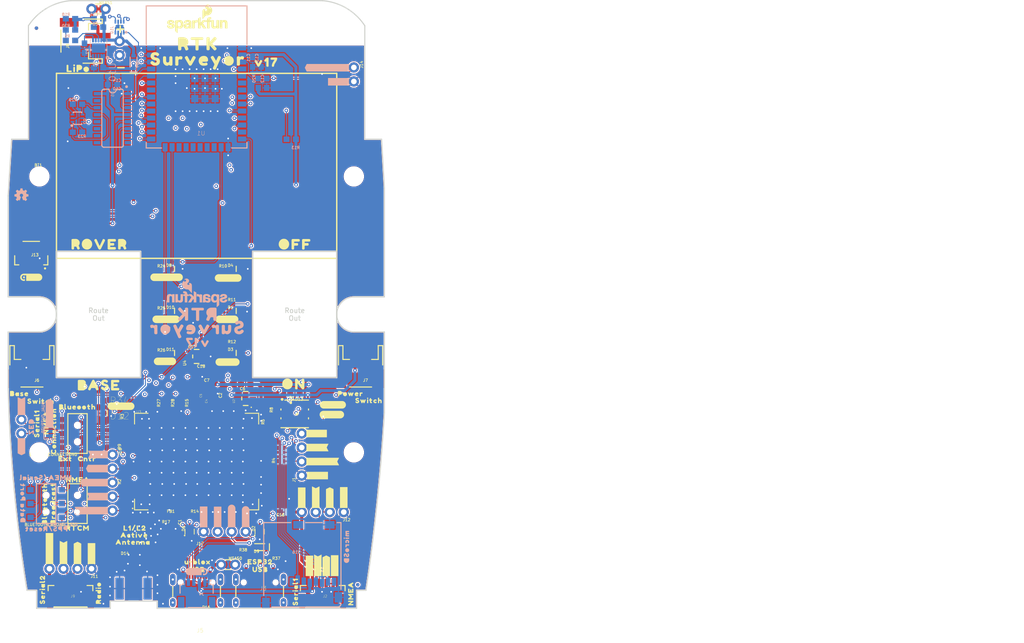
<source format=kicad_pcb>
(kicad_pcb (version 20211014) (generator pcbnew)
  (layers (0 "F.Cu" signal) (1 "In1.Cu" signal) (2 "In2.Cu" signal) (31 "B.Cu" signal) (34 "B.Paste" user) (35 "F.Paste" user) (36 "B.SilkS" user "B.Silkscreen") (37 "F.SilkS" user "F.Silkscreen") (38 "B.Mask" user) (39 "F.Mask" user) (44 "Edge.Cuts" user))
  (net 0 "")
  (net 1 "3.3V")
  (net 2 "GND")
  (net 3 "ESP_22/SCL")
  (net 4 "ESP_21/SDA")
  (net 5 "TXLV")
  (net 6 "RXLV")
  (net 7 "BACKUP")
  (net 8 "ZED_PPS_STAT")
  (net 9 "N$2")
  (net 10 "SDA_LV")
  (net 11 "SCL_LV")
  (net 12 "ZED_~{SAFE}")
  (net 13 "ZED-TXO1")
  (net 14 "5V")
  (net 15 "N$11")
  (net 16 "N$12")
  (net 17 "ZED_RTK_STAT")
  (net 18 "ZED_FENCE_STAT")
  (net 19 "N$1")
  (net 20 "N$13")
  (net 21 "ANT_VCC")
  (net 22 "D+")
  (net 23 "D-")
  (net 24 "ZED-TXO2")
  (net 25 "ZED-RXI2")
  (net 26 "CC1")
  (net 27 "CC2")
  (net 28 "UNP_D+")
  (net 29 "UNP_D-")
  (net 30 "TX2_LV")
  (net 31 "RX2_LV")
  (net 32 "ESP_27/ZED_~{RESET}_LV")
  (net 33 "PPS")
  (net 34 "ZED_~{SAFE}_LV")
  (net 35 "RTK_LV")
  (net 36 "FENCE_LV")
  (net 37 "ESP_26/ZED_TX_READY_LV")
  (net 38 "N$30")
  (net 39 "CHG_LED")
  (net 40 "V_BATT")
  (net 41 "N$26")
  (net 42 "N$27")
  (net 43 "N$29")
  (net 44 "EXTERNAL_SERIAL1_RXI/ZED_~{RESET}")
  (net 45 "EXTERNAL_SERIAL1_TXO/PPS")
  (net 46 "NMEA-RX")
  (net 47 "NMEA-TX")
  (net 48 "ZED-RXI1")
  (net 49 "ESP32_RXI")
  (net 50 "ESP_0/BOOT")
  (net 51 "ESP32_EN")
  (net 52 "ESP32_TXO")
  (net 53 "ESP_26/ZED_TX_READY")
  (net 54 "ESP_12/LED_BLUETOOTH")
  (net 55 "ESP_13/LED_100CM")
  (net 56 "ESP_16/BT_RXI")
  (net 57 "ESP_25/SD_~{CS}")
  (net 58 "ESP_27/ZED_~{RESET}")
  (net 59 "ESP_18/SD_SCK")
  (net 60 "ESP_5/SWITCH_BASE_SELECT")
  (net 61 "ESP_4/LED_BASE_STAT")
  (net 62 "ESP_17/BT_TXO")
  (net 63 "ESP_2/LED_1CM")
  (net 64 "ESP_15/LED_10CM")
  (net 65 "ESP_36/BATT_ALRT")
  (net 66 "ESP32_~{DTR}")
  (net 67 "ESP32_~{RTS}")
  (net 68 "N$24")
  (net 69 "N$25")
  (net 70 "CC3")
  (net 71 "CC4")
  (net 72 "D-1")
  (net 73 "D+1")
  (net 74 "N$32")
  (net 75 "N$3")
  (net 76 "VIN")
  (net 77 "ESP_19/SD_CIPO")
  (net 78 "ESP_23/SD_COPI")
  (net 79 "N$4")
  (net 80 "ESP_33/PWR_LVL_GRN")
  (net 81 "ESP_32/PWR_LVL_RED")
  (net 82 "ESP_D1+")
  (net 83 "ESP_D1-")
  (net 84 "PROG1")
  (net 85 "CHG_THERM1")
  (net 86 "LIPO_RAW")
  (net 87 "N$5")
  (net 88 "ZED_D_SEL_LV")
  (net 89 "ZED_D_SEL")
  (net 90 "EXTERNAL_SERIAL1_TXO")
  (net 91 "EXTERNAL_SERIAL1_RXI")
  (net 92 "N$6")
  (net 93 "N$7")
  (net 94 "N$8")
  (net 95 "GPS_ANT1")
  (net 96 "ESP_I39")
  (net 97 "ESP_I34")
  (net 98 "ESP_I35")
  (net 99 "ESP_14")
  (footprint "boardEagle:JST04_1MM_RA" (layer "F.Cu") (at 118.5926 98.1626 180)
    (fp_text reference "J13")
    (fp_text value "Internal")
  )
  (footprint "boardEagle:1553DBK-ENCLOSURE" (layer "F.Cu") (at 148.5646 106.7986 90)
    (fp_text reference "U$26" hide)
    (fp_text value "" hide)
  )
  (footprint "boardEagle:SWITCH1" (layer "F.Cu") (at 117.1956 122.5466)
    (fp_text reference "U$55" hide)
    (fp_text value "" hide)
  )
  (footprint "boardEagle:OFF1" (layer "F.Cu") (at 162.0266 94.0986)
    (fp_text reference "U$31" hide)
    (fp_text value "" hide)
  )
  (footprint "boardEagle:BROADCAST3" (layer "F.Cu") (at 122.5296 145.5336 90)
    (fp_text reference "U$51" hide)
    (fp_text value "" hide)
  )
  (footprint "boardEagle:LIGHT_PIPE_3MM" (layer "F.Cu") (at 154.1646 98.4986)
    (fp_text reference "U$76" hide)
    (fp_text value "" hide)
  )
  (footprint "boardEagle:CNTR1" (layer "F.Cu") (at 126.3396 132.9606)
    (fp_text reference "U$59" hide)
    (fp_text value "" hide)
  )
  (footprint "boardEagle:LED-0603" (layer "F.Cu") (at 142.9766 113.7836)
    (fp_text reference "D11")
    (fp_text value "GREEN")
  )
  (footprint "boardEagle:#TX1#1" (layer "F.Cu") (at 170.5356 154.5666 90)
    (fp_text reference "U$46" hide)
    (fp_text value "" hide)
  )
  (footprint "boardEagle:NMEA1" (layer "F.Cu") (at 124.1806 136.7706)
    (fp_text reference "U$52" hide)
    (fp_text value "" hide)
  )
  (footprint "boardEagle:0603" (layer "F.Cu") (at 147.4216 143.2476)
    (fp_text reference "R14")
    (fp_text value "10")
  )
  (footprint "boardEagle:LIGHT_PIPE_3MM" (layer "F.Cu") (at 154.1646 113.6986)
    (fp_text reference "U$69" hide)
    (fp_text value "" hide)
  )
  (footprint "boardEagle:#3V3#0" (layer "F.Cu") (at 167.6146 142.2156 90)
    (fp_text reference "U$5" hide)
    (fp_text value "" hide)
  )
  (footprint "boardEagle:ON0" (layer "F.Cu") (at 162.6616 119.4256)
    (fp_text reference "U$42" hide)
    (fp_text value "" hide)
  )
  (footprint "boardEagle:0603" (layer "F.Cu") (at 130.7846 122.4196 180)
    (fp_text reference "R34")
    (fp_text value "330")
  )
  (footprint "boardEagle:SOT886" (layer "F.Cu") (at 159.9946 146.1686 90)
    (fp_text reference "D2")
    (fp_text value "PRTR5V0U2F")
  )
  (footprint "boardEagle:1X02_NO_SILK" (layer "F.Cu") (at 116.8146 125.8486 -90)
    (fp_text reference "J15")
    (fp_text value "")
  )
  (footprint "boardEagle:0603" (layer "F.Cu") (at 146.0246 122.0386 -90)
    (fp_text reference "R15")
    (fp_text value "100k")
  )
  (footprint "boardEagle:#GND#0" (layer "F.Cu") (at 175.2346 142.2156 90)
    (fp_text reference "U$82" hide)
    (fp_text value "" hide)
  )
  (footprint "boardEagle:0603" (layer "F.Cu") (at 166.3906 121.1686 180)
    (fp_text reference "R1")
    (fp_text value "4.7k")
  )
  (footprint "boardEagle:#10CM#1" (layer "F.Cu") (at 140.5636 107.6876)
    (fp_text reference "U$80" hide)
    (fp_text value "" hide)
  )
  (footprint "boardEagle:SOT886" (layer "F.Cu") (at 147.2946 146.1686 90)
    (fp_text reference "D6")
    (fp_text value "PRTR5V0U2F")
  )
  (footprint "boardEagle:SERIAL10" (layer "F.Cu") (at 119.6086 129.7856 90)
    (fp_text reference "U$63" hide)
    (fp_text value "" hide)
  )
  (footprint "boardEagle:#GND#0" (layer "F.Cu") (at 173.5836 154.5666 90)
    (fp_text reference "U$48" hide)
    (fp_text value "" hide)
  )
  (footprint "boardEagle:JST-4-SMD-1.25MM-LOCKING" (layer "F.Cu") (at 171.4246 158.8846)
    (fp_text reference "J2")
    (fp_text value "")
  )
  (footprint "boardEagle:#FENCE#3" (layer "F.Cu") (at 168.1226 133.4686)
    (fp_text reference "U$32" hide)
    (fp_text value "" hide)
  )
  (footprint "boardEagle:ESP320" (layer "F.Cu") (at 157.0736 151.6456)
    (fp_text reference "U$67" hide)
    (fp_text value "" hide)
  )
  (footprint "boardEagle:#RTK#1" (layer "F.Cu") (at 168.1226 130.9286)
    (fp_text reference "U$10" hide)
    (fp_text value "" hide)
  )
  (footprint "boardEagle:0402" (layer "F.Cu") (at 144.7546 143.8826 -90)
    (fp_text reference "C1")
    (fp_text value "47pF")
  )
  (footprint "boardEagle:LIGHT_PIPE_3MM" (layer "F.Cu") (at 154.1646 106.0986)
    (fp_text reference "U$75" hide)
    (fp_text value "" hide)
  )
  (footprint "boardEagle:0603" (layer "F.Cu") (at 148.5646 116.9586)
    (fp_text reference "C18")
    (fp_text value "1.0uF")
  )
  (footprint "boardEagle:LED-0603" (layer "F.Cu") (at 130.7846 124.7056)
    (fp_text reference "D12")
    (fp_text value "RED")
  )
  (footprint "boardEagle:#RX2#2" (layer "F.Cu") (at 126.9746 152.3756 90)
    (fp_text reference "U$39" hide)
    (fp_text value "" hide)
  )
  (footprint "boardEagle:0603" (layer "F.Cu") (at 161.3646 123.5386 -90)
    (fp_text reference "R8")
    (fp_text value "1k")
  )
  (footprint "boardEagle:SOT23-5" (layer "F.Cu") (at 157.4546 122.0386 90)
    (fp_text reference "U2")
    (fp_text value "3.3V")
  )
  (footprint "boardEagle:SWITCH_DPDT_SMD_AYZ0202" (layer "F.Cu") (at 126.9746 141.0886 90)
    (fp_text reference "BLUETOOTH_BROADCAST0")
    (fp_text value "")
  )
  (footprint "boardEagle:1X05_NO_SILK" (layer "F.Cu") (at 133.3246 132.1986 -90)
    (fp_text reference "J18")
    (fp_text value "")
  )
  (footprint "boardEagle:LED-0603" (layer "F.Cu") (at 154.1526 106.1636)
    (fp_text reference "D1")
    (fp_text value "Yellow")
  )
  (footprint "boardEagle:ROVER3" (layer "F.Cu") (at 124.4346 94.0986)
    (fp_text reference "U$44" hide)
    (fp_text value "" hide)
  )
  (footprint "boardEagle:LED-0603" (layer "F.Cu") (at 154.1526 98.5436)
    (fp_text reference "D4")
    (fp_text value "BLUE")
  )
  (footprint "boardEagle:0603" (layer "F.Cu") (at 142.9766 104.8936 180)
    (fp_text reference "R25")
    (fp_text value "20")
  )
  (footprint "boardEagle:0603" (layer "F.Cu") (at 151.1046 122.0386 90)
    (fp_text reference "C4")
    (fp_text value "1.0uF")
  )
  (footprint "boardEagle:LIGHT_PIPE_3MM" (layer "F.Cu") (at 142.9646 113.6986)
    (fp_text reference "U$21" hide)
    (fp_text value "" hide)
  )
  (footprint "boardEagle:U#BLOX0" (layer "F.Cu") (at 145.6436 151.6456)
    (fp_text reference "U$35" hide)
    (fp_text value "" hide)
  )
  (footprint "boardEagle:RADIO0" (layer "F.Cu") (at 130.7846 159.9956 90)
    (fp_text reference "U$50" hide)
    (fp_text value "" hide)
  )
  (footprint "boardEagle:#3#5#5V#0" (layer "F.Cu") (at 121.8946 152.3756 90)
    (fp_text reference "U$23" hide)
    (fp_text value "" hide)
  )
  (footprint "boardEagle:COMBO-JUMPER_2_NC_TRACE" (layer "F.Cu") (at 154.2796 152.1536)
    (fp_text reference "MEAS0")
    (fp_text value "")
  )
  (footprint "boardEagle:0603" (layer "F.Cu") (at 149.8346 119.4986)
    (fp_text reference "C7")
    (fp_text value "0.1uF")
  )
  (footprint "boardEagle:JST-4-SMD-1.25MM-LOCKING" (layer "F.Cu") (at 125.7046 158.8846)
    (fp_text reference "J9")
    (fp_text value "")
  )
  (footprint "boardEagle:0603" (layer "F.Cu") (at 135.8646 125.8486 90)
    (fp_text reference "R3")
    (fp_text value "33")
  )
  (footprint "boardEagle:0603" (layer "F.Cu") (at 153.6446 122.0386 90)
    (fp_text reference "C2")
    (fp_text value "1.0uF")
  )
  (footprint "boardEagle:0603" (layer "F.Cu") (at 163.8046 150.2486 180)
    (fp_text reference "R37")
    (fp_text value "5.1k")
  )
  (footprint "boardEagle:#3V3#0" (layer "F.Cu") (at 168.1226 128.3886)
    (fp_text reference "U$37" hide)
    (fp_text value "" hide)
  )
  (footprint "boardEagle:0603" (layer "F.Cu") (at 140.9446 122.0386 -90)
    (fp_text reference "R27")
    (fp_text value "27")
  )
  (footprint "boardEagle:#PAIR#0" (layer "F.Cu") (at 151.8666 100.1946)
    (fp_text reference "U$20" hide)
    (fp_text value "" hide)
  )
  (footprint "boardEagle:USB1" (layer "F.Cu") (at 157.9626 153.0426)
    (fp_text reference "U$66" hide)
    (fp_text value "" hide)
  )
  (footprint "boardEagle:#CHG#0" (layer "F.Cu") (at 173.0756 124.9596)
    (fp_text reference "U$8" hide)
    (fp_text value "" hide)
  )
  (footprint "boardEagle:SOT23-5" (layer "F.Cu") (at 148.5646 114.4186 90)
    (fp_text reference "U4")
    (fp_text value "3.3V")
  )
  (footprint "boardEagle:NMEA1" (layer "F.Cu") (at 176.5046 160.2496 90)
    (fp_text reference "U$49" hide)
    (fp_text value "" hide)
  )
  (footprint "boardEagle:0603" (layer "F.Cu") (at 154.1526 104.8936)
    (fp_text reference "R11")
    (fp_text value "20")
  )
  (footprint "boardEagle:ACTIVE0" (layer "F.Cu") (at 134.0866 146.8036)
    (fp_text reference "U$18" hide)
    (fp_text value "" hide)
  )
  (footprint "boardEagle:#1CM#0" (layer "F.Cu") (at 140.8176 115.3076)
    (fp_text reference "U$79" hide)
    (fp_text value "" hide)
  )
  (footprint "boardEagle:COMBO-JUMPER_2_NC_TRACE" (layer "F.Cu") (at 130.7846 51.4266)
    (fp_text reference "MEAS1")
    (fp_text value "")
  )
  (footprint "boardEagle:1X02_NO_SILK" (layer "F.Cu") (at 177.0646 62.0386 -90)
    (fp_text reference "J14")
    (fp_text value "")
  )
  (footprint "boardEagle:BASE0" (layer "F.Cu") (at 114.0206 121.1496)
    (fp_text reference "U$54" hide)
    (fp_text value "" hide)
  )
  (footprint "boardEagle:SWITCH_DPDT_SMD_AYZ0202" (layer "F.Cu") (at 126.9746 128.3886 90)
    (fp_text reference "SERIAL1_CONNECTION0")
    (fp_text value "")
  )
  (footprint "boardEagle:#GND#0" (layer "F.Cu") (at 129.5146 152.3756 90)
    (fp_text reference "U$38" hide)
    (fp_text value "" hide)
  )
  (footprint "boardEagle:#BASE#0" (layer "F.Cu") (at 132.4356 123.4356)
    (fp_text reference "U$4" hide)
    (fp_text value "" hide)
  )
  (footprint "boardEagle:SERIAL20" (layer "F.Cu") (at 120.6246 159.9956 90)
    (fp_text reference "U$43" hide)
    (fp_text value "" hide)
  )
  (footprint "boardEagle:SOD-323" (layer "F.Cu") (at 159.9946 148.9786 180)
    (fp_text reference "D9")
    (fp_text value "3A/10V/280mV")
  )
  (footprint "boardEagle:ORDERING_INSTRUCTIONS" (layer "F.Cu") (at 196.8246 78.8586)
    (fp_text reference "U$2" hide)
    (fp_text value "SPECIAL_INSTRUCTIONS-ORDERING" hide)
  )
  (footprint "boardEagle:1206_RA" (layer "F.Cu") (at 163.8046 132.1986 90)
    (fp_text reference "R4")
    (fp_text value "33")
  )
  (footprint "boardEagle:#RX1#2" (layer "F.Cu") (at 172.0596 154.5666 90)
    (fp_text reference "U$45" hide)
    (fp_text value "" hide)
  )
  (footprint "boardEagle:1X04_NO_SILK" (layer "F.Cu") (at 167.6146 136.0086 90)
    (fp_text reference "J1")
    (fp_text value "")
  )
  (footprint "boardEagle:1X04_NO_SILK" (layer "F.Cu") (at 129.5146 152.8836 180)
    (fp_text reference "J11")
    (fp_text value "")
  )
  (footprint "boardEagle:CONNECTION1" (layer "F.Cu") (at 122.6566 132.8336 90)
    (fp_text reference "U$64" hide)
    (fp_text value "" hide)
  )
  (footprint "boardEagle:DUMMY" (layer "F.Cu") (at 205.7146 153.7886)
    (fp_text reference "FRAME1" hide)
    (fp_text value "FRAME-LETTERNO_PACKAGE" hide)
  )
  (footprint "boardEagle:LIGHT_PIPE_3MM" (layer "F.Cu") (at 166.3396 124.8486)
    (fp_text reference "U$13" hide)
    (fp_text value "" hide)
  )
  (footprint "boardEagle:LIPO0" (layer "F.Cu") (at 127.1016 62.2216)
    (fp_text reference "U$27" hide)
    (fp_text value "" hide)
  )
  (footprint "boardEagle:0603" (layer "F.Cu") (at 142.9766 112.5136 180)
    (fp_text reference "R26")
    (fp_text value "20")
  )
  (footprint "boardEagle:1206_RA" (layer "F.Cu") (at 135.8646 136.0086 90)
    (fp_text reference "R2")
    (fp_text value "33")
  )
  (footprint "boardEagle:LIGHT_PIPE_3MM" (layer "F.Cu") (at 142.9646 106.0986)
    (fp_text reference "U$78" hide)
    (fp_text value "" hide)
  )
  (footprint "boardEagle:0402-TIGHT" (layer "F.Cu") (at 143.1036 143.2476)
    (fp_text reference "FB1")
    (fp_text value "2.66Ω" hide)
  )
  (footprint "boardEagle:SWITCH1" (layer "F.Cu") (at 176.6316 122.4196)
    (fp_text reference "U$57" hide)
    (fp_text value "" hide)
  )
  (footprint "boardEagle:#3V3#0" (layer "F.Cu") (at 169.0116 154.5666 90)
    (fp_text reference "U$47" hide)
    (fp_text value "" hide)
  )
  (footprint "boardEagle:USB-C-16P_4LAYER-PADS" (layer "F.Cu") (at 148.5646 153.9316)
    (fp_text reference "J5")
    (fp_text value "USB Female Type C Connector" hide)
  )
  (footprint "boardEagle:SERIAL10" (layer "F.Cu") (at 166.4716 160.2496 90)
    (fp_text reference "U$29" hide)
    (fp_text value "" hide)
  )
  (footprint "boardEagle:ANTENNA0" (layer "F.Cu") (at 133.1976 148.0736)
    (fp_text reference "U$6" hide)
    (fp_text value "" hide)
  )
  (footprint "boardEagle:L1#L21" (layer "F.Cu") (at 134.5946 145.5336)
    (fp_text reference "U$19" hide)
    (fp_text value "" hide)
  )
  (footprint "boardEagle:#RTK#0" (layer "F.Cu") (at 151.9936 115.4346)
    (fp_text reference "U$12" hide)
    (fp_text value "" hide)
  )
  (footprint "boardEagle:0603" (layer "F.Cu") (at 156.1846 150.2486)
    (fp_text reference "R38")
    (fp_text value "5.1k")
  )
  (footprint "boardEagle:BASE2" (layer "F.Cu") (at 125.5776 119.6256)
    (fp_text reference "U$22" hide)
    (fp_text value "" hide)
  )
  (footprint "boardEagle:FIDUCIAL-MICRO" (layer "F.Cu") (at 119.5346 54.9086)
    (fp_text reference "JP61" hide)
    (fp_text value "FIDUCIALUFIDUCIAL" hide)
  )
  (footprint "boardEagle:0603" (layer "F.Cu") (at 148.5646 111.8786 180)
    (fp_text reference "C17")
    (fp_text value "1.0uF")
  )
  (footprint "boardEagle:0603" (layer "F.Cu") (at 144.7546 150.2486)
    (fp_text reference "R17")
    (fp_text value "5.1k")
  )
  (footprint "boardEagle:ROCKER_SWITCH" (layer "F.Cu") (at 130.7846 106.7986 90)
    (fp_text reference "U$3" hide)
    (fp_text value "" hide)
  )
  (footprint "boardEagle:0603" (layer "F.Cu") (at 154.1526 112.5136)
    (fp_text reference "R12")
    (fp_text value "330")
  )
  (footprint "boardEagle:USB1" (layer "F.Cu") (at 146.5326 153.0426)
    (fp_text reference "U$36" hide)
    (fp_text value "" hide)
  )
  (footprint "boardEagle:NMEA2" (layer "F.Cu") (at 121.2596 129.2776 90)
    (fp_text reference "U$62" hide)
    (fp_text value "" hide)
  )
  (footprint "boardEagle:#PWR#2" (layer "F.Cu") (at 170.9166 123.1816)
    (fp_text reference "U$25" hide)
    (fp_text value "" hide)
  )
  (footprint "boardEagle:USB-C-16P_4LAYER-PADS" (layer "F.Cu") (at 159.9946 153.9316)
    (fp_text reference "J3")
    (fp_text value "USB Female Type C Connector" hide)
  )
  (footprint "boardEagle:#100CM#2" (layer "F.Cu") (at 140.1826 100.0676)
    (fp_text reference "U$81" hide)
    (fp_text value "" hide)
  )
  (footprint "boardEagle:ZED-F9P" (layer "F.Cu") (at 148.5646 133.4686)
    (fp_text reference "U3")
    (fp_text value "U-BLOX_ZED-F9P")
  )
  (footprint "boardEagle:JST-2-SMD" (layer "F.Cu") (at 178.2826 116.9586 180)
    (fp_text reference "J7")
    (fp_text value "Power Switch")
  )
  (footprint "boardEagle:1206_RA" (layer "F.Cu") (at 135.8646 129.6586 90)
    (fp_text reference "R9")
    (fp_text value "33")
  )
  (footprint "boardEagle:0603" (layer "F.Cu") (at 157.4546 119.4986 180)
    (fp_text reference "C6")
    (fp_text value "1.0uF")
  )
  (footprint "boardEagle:JST-2-SMD" (layer "F.Cu") (at 118.7196 116.9586 180)
    (fp_text reference "J6")
    (fp_text value "Start Base")
  )
  (footprint "boardEagle:0603" (layer "F.Cu") (at 143.4846 122.0386 -90)
    (fp_text reference "R28")
    (fp_text value "27")
  )
  (footprint "boardEagle:LED-0603" (layer "F.Cu") (at 142.9766 98.5436)
    (fp_text reference "D8")
    (fp_text value "GREEN")
  )
  (footprint "boardEagle:BLUETOOTH2" (layer "F.Cu") (at 121.0056 145.5336 90)
    (fp_text reference "U$41" hide)
    (fp_text value "" hide)
  )
  (footprint "boardEagle:LIGHT_PIPE_3MM" (layer "F.Cu") (at 130.7896 124.8236)
    (fp_text reference "U$15" hide)
    (fp_text value "" hide)
  )
  (footprint "boardEagle:LIPO-1000" (layer "F.Cu") (at 148.5646 79.4936 90)
    (fp_text reference "BT1")
    (fp_text value "LIPO-OUTLINE1000")
  )
  (footprint "boardEagle:#GND#0" (layer "F.Cu") (at 168.2496 136.0086)
    (fp_text reference "U$1" hide)
    (fp_text value "" hide)
  )
  (footprint "boardEagle:0603" (layer "F.Cu") (at 161.3646 126.8386 90)
    (fp_text reference "R6")
    (fp_text value "1k")
  )
  (footprint "boardEagle:0603" (layer "F.Cu") (at 164.5666 142.6286 180)
    (fp_text reference "C16")
    (fp_text value "0.1uF")
  )
  (footprint "boardEagle:0603" (layer "F.Cu") (at 152.3746 150.2486 180)
    (fp_text reference "R16")
    (fp_text value "5.1k")
  )
  (footprint "boardEagle:RTCM0" (layer "F.Cu") (at 124.1806 145.5336)
    (fp_text reference "U$53" hide)
    (fp_text value "" hide)
  )
  (footprint "boardEagle:_SURVEYOR3" (layer "F.Cu") (at 137.5646 60.5386)
    (fp_text reference "U$71" hide)
    (fp_text value "" hide)
  )
  (footprint "boardEagle:LED-0603" (layer "F.Cu") (at 142.9766 106.1636)
    (fp_text reference "D10")
    (fp_text value "GREEN")
  )
  (footprint "boardEagle:SMA-EDGE" (layer "F.Cu") (at 137.1346 156.4826 180)
    (fp_text reference "E1" hide)
    (fp_text value "SMA" hide)
  )
  (footprint "boardEagle:FIDUCIAL-MICRO" (layer "F.Cu") (at 177.7746 155.7886)
    (fp_text reference "JP21" hide)
    (fp_text value "FIDUCIALUFIDUCIAL" hide)
  )
  (footprint "boardEagle:#PPS#1" (layer "F.Cu") (at 151.9936 107.6876)
    (fp_text reference "U$24" hide)
    (fp_text value "" hide)
  )
  (footprint "boardEagle:LIGHT_PIPE_3MM" (layer "F.Cu") (at 142.9646 98.4986)
    (fp_text reference "U$77" hide)
    (fp_text value "" hide)
  )
  (footprint "boardEagle:JST-2-SMD" (layer "F.Cu") (at 126.9746 57.2686 90)
    (fp_text reference "J8")
    (fp_text value "")
  )
  (footprint "boardEagle:CREATIVE_COMMONS" (layer "F.Cu") (at 205.7146 153.7886)
    (fp_text reference "FRAME2" hide)
    (fp_text value "FRAME-LEDGER" hide)
  )
  (footprint "boardEagle:#TX1#1" (layer "F.Cu") (at 170.1546 142.2156 90)
    (fp_text reference "U$65" hide)
    (fp_text value "" hide)
  )
  (footprint "boardEagle:1X04_NO_SILK" (layer "F.Cu") (at 175.2346 142.6286 180)
    (fp_text reference "J12")
    (fp_text value "")
  )
  (footprint "boardEagle:QWIIC_4MM" (layer "F.Cu") (at 118.5926 100.0836)
    (fp_text reference "U$93" hide)
    (fp_text value "" hide)
  )
  (footprint "boardEagle:EXT0" (layer "F.Cu") (at 122.7836 132.9606)
    (fp_text reference "U$61" hide)
    (fp_text value "" hide)
  )
  (footprint "boardEagle:LED-0603" (layer "F.Cu") (at 154.1526 113.7836)
    (fp_text reference "D3")
    (fp_text value "WHITE")
  )
  (footprint "boardEagle:V170" (layer "F.Cu") (at 161.2646 61.0786)
    (fp_text reference "U$94" hide)
    (fp_text value "" hide)
  )
  (footprint "boardEagle:SFE_LOGO_NAME_FLAME_.1" (layer "F.Cu") (at 148.7646 54.3386)
    (fp_text reference "LOGO3" hide)
    (fp_text value "SFE_LOGO_NAME_FLAME.1_INCH" hide)
  )
  (footprint "boardEagle:0603" (layer "F.Cu") (at 142.9766 97.2736 180)
    (fp_text reference "R24")
    (fp_text value "20")
  )
  (footprint "boardEagle:0603" (layer "F.Cu") (at 148.5646 122.0386 -90)
    (fp_text reference "C5")
    (fp_text value "0.1uF")
  )
  (footprint "boardEagle:ROCKER_SWITCH" (layer "F.Cu") (at 166.3446 106.7986 90)
    (fp_text reference "U$34" hide)
    (fp_text value "" hide)
  )
  (footprint "boardEagle:0402" (layer "F.Cu") (at 136.3726 149.3436 180)
    (fp_text reference "D14")
    (fp_text value "PESD0402")
  )
  (footprint "boardEagle:POWER0" (layer "F.Cu") (at 173.4566 121.1496)
    (fp_text reference "U$56" hide)
    (fp_text value "" hide)
  )
  (footprint "boardEagle:BLUEOOTH3" (layer "F.Cu") (at 122.9106 123.5626)
    (fp_text reference "U$58" hide)
    (fp_text value "" hide)
  )
  (footprint "boardEagle:LED-TRICOLOR-5050" (layer "F.Cu") (at 166.3446 124.8326)
    (fp_text reference "D13")
    (fp_text value "")
  )
  (footprint "boardEagle:0603" (layer "F.Cu") (at 154.1526 97.2736 180)
    (fp_text reference "R10")
    (fp_text value "330")
  )
  (footprint "boardEagle:#RX1#2" (layer "F.Cu") (at 172.6946 142.2156 90)
    (fp_text reference "U$68" hide)
    (fp_text value "" hide)
  )
  (footprint "boardEagle:RTK0" (layer "F.Cu") (at 148.8186 57.7766)
    (fp_text reference "U$74" hide)
    (fp_text value "" hide)
  )
  (footprint "boardEagle:#TX2#1" (layer "F.Cu") (at 124.4346 152.3756 90)
    (fp_text reference "U$40" hide)
    (fp_text value "" hide)
  )
  (footprint "boardEagle:1X04_NO_SILK" (layer "F.Cu") (at 149.8346 146.1686)
    (fp_text reference "J17")
    (fp_text value "Qwiic Right Angle" hide)
  )
  (footprint "boardEagle:OSHW-LOGO-MINI" (layer "B.Cu") (at 116.8146 85.2086 180)
    (fp_text reference "LOGO1" hide)
    (fp_text value "OSHW-LOGOMINI" hide)
  )
  (footprint "boardEagle:#RX#2" (layer "B.Cu") (at 116.8146 128.8966 -90)
    (fp_text reference "U$14" hide)
    (fp_text value "" hide)
  )
  (footprint "boardEagle:JST04_1MM_RA" (layer "B.Cu") (at 148.5646 155.3286 180)
    (fp_text reference "J4")
    (fp_text value "Qwiic Right Angle" hide)
  )
  (footprint "boardEagle:0603" (layer "B.Cu") (at 130.7846 53.2046 180)
    (fp_text reference "C15")
    (fp_text value "0.1uF")
  )
  (footprint "boardEagle:##RST##4" (layer "B.Cu") (at 132.8166 134.7386 180)
    (fp_text reference "U$28" hide)
    (fp_text value "" hide)
  )
  (footprint "boardEagle:#ESP_RST#0" (layer "B.Cu") (at 176.5046 62.0946 180)
    (fp_text reference "U$60" hide)
    (fp_text value "" hide)
  )
  (footprint "boardEagle:#TX#1" (layer "B.Cu") (at 116.8146 121.7846 -90)
    (fp_text reference "U$72" hide)
    (fp_text value "" hide)
  )
  (footprint "boardEagle:#PPS#0" (layer "B.Cu") (at 132.8166 139.8186 180)
    (fp_text reference "U$11" hide)
    (fp_text value "" hide)
  )
  (footprint "boardEagle:ZED0" (layer "B.Cu") (at 118.5926 129.2776 90)
    (fp_text reference "U$16" hide)
    (fp_text value "" hide)
  )
  (footprint "boardEagle:SO016" (layer "B.Cu") (at 133.3246 71.2386 -90)
    (fp_text reference "U6")
    (fp_text value "CH340C")
  )
  (footprint "boardEagle:RTK0" (layer "B.Cu") (at 148.5646 106.7986 180)
    (fp_text reference "U$7" hide)
    (fp_text value "" hide)
  )
  (footprint "boardEagle:#DUAL#0" (layer "B.Cu") (at 121.8946 122.1656 -90)
    (fp_text reference "U$73" hide)
    (fp_text value "" hide)
  )
  (footprint "boardEagle:0603" (layer "B.Cu") (at 126.9746 68.6986 180)
    (fp_text reference "R29")
    (fp_text value "10k")
  )
  (footprint "boardEagle:NMEA#SERIAL1" (layer "B.Cu") (at 121.1326 136.3896 180)
    (fp_text reference "U$92" hide)
    (fp_text value "" hide)
  )
  (footprint "boardEagle:#GND#2" (layer "B.Cu") (at 149.8346 143.5016 -90)
    (fp_text reference "U$70" hide)
    (fp_text value "" hide)
  )
  (footprint "boardEagle:0603" (layer "B.Cu") (at 128.2446 58.5386 90)
    (fp_text reference "R7")
    (fp_text value "1k")
  )
  (footprint "boardEagle:0603" (layer "B.Cu") (at 130.7846 54.7286 180)
    (fp_text reference "C8")
    (fp_text value "4.7uF")
  )
  (footprint "boardEagle:SFE_LOGO_NAME_FLAME_.1" (layer "B.Cu") (at 148.5646 104.0046 180)
    (fp_text reference "LOGO2" hide)
    (fp_text value "SFE_LOGO_NAME_FLAME.1_INCH" hide)
  )
  (footprint "boardEagle:0603" (layer "B.Cu") (at 133.3246 63.6186)
    (fp_text reference "C14")
    (fp_text value "10uF")
  )
  (footprint "boardEagle:0603" (layer "B.Cu") (at 130.7846 62.0946 180)
    (fp_text reference "C9")
    (fp_text value "4.7uF")
  )
  (footprint "boardEagle:0603" (layer "B.Cu") (at 160.2486 61.0786 -90)
    (fp_text reference "C13")
    (fp_text value "0.1uF")
  )
  (footprint "boardEagle:#GND#1" (layer "B.Cu") (at 176.5046 64.6346 180)
    (fp_text reference "U$84" hide)
    (fp_text value "" hide)
  )
  (footprint "boardEagle:#INT#0" (layer "B.Cu") (at 132.8166 132.1986 180)
    (fp_text reference "U$33" hide)
    (fp_text value "" hide)
  )
  (footprint "boardEagle:##SAFE##5" (layer "B.Cu") (at 132.8166 137.2786 180)
    (fp_text reference "U$17" hide)
    (fp_text value "" hide)
  )
  (footprint "boardEagle:#SDA#0" (layer "B.Cu") (at 154.9146 143.5016 -90)
    (fp_text reference "U$87" hide)
    (fp_text value "" hide)
  )
  (footprint "boardEagle:_SURVEYOR3" (layer "B.Cu") (at 159.7406 109.2116 180)
    (fp_text reference "U$9" hide)
    (fp_text value "" hide)
  )
  (footprint "boardEagle:FIDUCIAL-MICRO" (layer "B.Cu") (at 119.5346 54.9086 180)
    (fp_text reference "JP81" hide)
    (fp_text value "FIDUCIALUFIDUCIAL" hide)
  )
  (footprint "boardEagle:DATA2" (layer "B.Cu") (at 117.0686 142.7396 90)
    (fp_text reference "U$89" hide)
    (fp_text value "" hide)
  )
  (footprint "boardEagle:0603" (layer "B.Cu") (at 125.7046 55.2366 180)
    (fp_text reference "R30")
    (fp_text value "150k")
  )
  (footprint "boardEagle:PORT3" (layer "B.Cu") (at 117.0686 138.9296 90)
    (fp_text reference "U$90" hide)
    (fp_text value "" hide)
  )
  (footprint "boardEagle:SWITCH_DPDT_SMD_AYZ0202" (layer "B.Cu") (at 121.285 141.0886 90)
    (fp_text reference "ZED_CONTROL0")
    (fp_text value "")
  )
  (footprint "boardEagle:#D_SEL#0" (layer "B.Cu") (at 129.6416 142.3586 180)
    (fp_text reference "U$88" hide)
    (fp_text value "" hide)
  )
  (footprint "boardEagle:0603" (layer "B.Cu") (at 161.2646 64.8886 -90)
    (fp_text reference "C12")
    (fp_text value "0.1uF")
  )
  (footprint "boardEagle:#SCL#1" (layer "B.Cu") (at 157.4546 143.6286 -90)
    (fp_text reference "U$86" hide)
    (fp_text value "" hide)
  )
  (footprint "boardEagle:0603" (layer "B.Cu") (at 126.9746 73.7786)
    (fp_text reference "R23")
    (fp_text value "10k")
  )
  (footprint "boardEagle:QWIIC_4MM" (layer "B.Cu") (at 148.5646 153.4236 180)
    (fp_text reference "U$30" hide)
    (fp_text value "" hide)
  )
  (footprint "boardEagle:MICROSD0" (layer "B.Cu") (at 175.7426 145.3116 -90)
    (fp_text reference "U$83" hide)
    (fp_text value "" hide)
  )
  (footprint "boardEagle:0603" (layer "B.Cu") (at 159.7406 64.8886 -90)
    (fp_text reference "R20")
    (fp_text value "10k")
  )
  (footprint "boardEagle:SOD-323" (layer "B.Cu") (at 137.1346 61.0786 90)
    (fp_text reference "D7")
    (fp_text value "3A/10V/280mV")
  )
  (footprint "boardEagle:1X02_NO_SILK" (layer "B.Cu") (at 134.5946 57.2686 -90)
    (fp_text reference "J10")
    (fp_text value "")
  )
  (footprint "boardEagle:0603" (layer "B.Cu") (at 125.7046 57.1416 180)
    (fp_text reference "R5")
    (fp_text value "0")
  )
  (footprint "boardEagle:#3V3#2" (layer "B.Cu") (at 152.3746 143.5016 -90)
    (fp_text reference "U$85" hide)
    (fp_text value "" hide)
  )
  (footprint "boardEagle:DFN-10" (layer "B.Cu") (at 130.7846 58.5386 90)
    (fp_text reference "U10")
    (fp_text value "MCP73833")
  )
  (footprint "boardEagle:V170" (layer "B.Cu") (at 148.5646 111.8786 180)
    (fp_text reference "U$95" hide)
    (fp_text value "" hide)
  )
  (footprint "boardEagle:0603" (layer "B.Cu") (at 125.7046 53.2046 180)
    (fp_text reference "R18")
    (fp_text value "10k")
  )
  (footprint "boardEagle:PPS#RESET0" (layer "B.Cu") (at 121.2596 145.6606 180)
    (fp_text reference "U$91" hide)
    (fp_text value "" hide)
  )
  (footprint "boardEagle:DFN-8" (layer "B.Cu") (at 134.5946 54.7286 180)
    (fp_text reference "U7")
    (fp_text value "MAX17048")
  )
  (footprint "boardEagle:FIDUCIAL-MICRO" (layer "B.Cu") (at 177.7746 155.7886 180)
    (fp_text reference "JP71" hide)
    (fp_text value "FIDUCIALUFIDUCIAL" hide)
  )
  (footprint "boardEagle:ESP-WROOM-32D-NARROW" (layer "B.Cu") (at 148.5646 64.9386 90)
    (fp_text reference "U1")
    (fp_text value "ESP-WROOM-3232D-NARROW")
  )
  (footprint "boardEagle:0603" (layer "B.Cu") (at 158.7246 61.0786 -90)
    (fp_text reference "C11")
    (fp_text value "0.1uF")
  )
  (footprint "boardEagle:MICRO-SD-SOCKET" (layer "B.Cu") (at 174.7266 144.5336)
    (fp_text reference "J16")
    (fp_text value "microSD")
  )
  (footprint "boardEagle:0603" (layer "B.Cu") (at 165.7096 75.0486)
    (fp_text reference "R13")
    (fp_text value "100k")
  )
  (footprint "boardEagle:SMT-JUMPER_2_NO_SILK" (layer "B.Cu") (at 121.8946 128.3886 -90)
    (fp_text reference "DUAL_OUTPUT0")
    (fp_text value "")
  )
  (footprint "boardEagle:0603" (layer "B.Cu") (at 133.3246 65.1426)
    (fp_text reference "C10")
    (fp_text value "10uF")
  )
  (footprint "boardEagle:SC70-6" (layer "B.Cu") (at 126.9746 71.2386 90)
    (fp_text reference "Q2")
    (fp_text value "MBT3904DW1T1")
  )
  (gr_line (start 173.9646 63.1106) (end 173.9646 96.6386) (layer "F.SilkS") (width 0.254))
  (gr_line (start 173.9646 96.6386) (end 123.1646 96.6386) (layer "F.SilkS") (width 0.254))
  (gr_line (start 123.1646 96.6386) (end 123.1646 63.1106) (layer "F.SilkS") (width 0.254))
  (gr_line (start 123.1646 63.1106) (end 173.9646 63.1106) (layer "F.SilkS") (width 0.254))
  (gr_line (start 114.4016 120.0066) (end 114.4016 109.9736) (layer "Edge.Cuts") (width 0.2032))
  (gr_line (start 119.5646 156.7986) (end 117.8146 156.7986) (layer "Edge.Cuts") (width 0.2032))
  (gr_line (start 141.4126 160.0736) (end 177.5646 160.0736) (layer "Edge.Cuts") (width 0.2032))
  (gr_line (start 141.4126 160.0736) (end 141.4126 158.7576) (layer "Edge.Cuts") (width 0.2032))
  (gr_line (start 118.0846 75.0486) (end 118.0846 54.4746) (layer "Edge.Cuts") (width 0.2032))
  (gr_line (start 114.4016 85.3356) (end 115.0366 75.0486) (layer "Edge.Cuts") (width 0.2032))
  (gr_line (start 115.0366 75.0486) (end 118.0846 75.0486) (layer "Edge.Cuts") (width 0.2032))
  (gr_line (start 158.7246 118.2286) (end 158.7246 95.3686) (layer "Edge.Cuts") (width 0.254))
  (gr_line (start 182.0926 75.0486) (end 179.0446 75.0486) (layer "Edge.Cuts") (width 0.2032))
  (gr_line (start 141.4126 158.7576) (end 132.9126 158.7576) (layer "Edge.Cuts") (width 0.2032))
  (gr_arc (start 177.1396 109.9736) (mid 173.9646 106.7986) (end 177.1396 103.6236) (layer "Edge.Cuts") (width 0.2032))
  (gr_line (start 179.0446 75.0486) (end 179.0446 54.4746) (layer "Edge.Cuts") (width 0.2032))
  (gr_line (start 123.1646 118.2286) (end 123.1646 95.3686) (layer "Edge.Cuts") (width 0.254))
  (gr_arc (start 182.6006 124.5786) (mid 181.294798 140.726101) (end 179.2646 156.7986) (layer "Edge.Cuts") (width 0.2032))
  (gr_line (start 119.5646 160.0736) (end 119.5646 156.7986) (layer "Edge.Cuts") (width 0.2032))
  (gr_line (start 138.4046 118.2286) (end 123.1646 118.2286) (layer "Edge.Cuts") (width 0.254))
  (gr_line (start 182.6006 109.9736) (end 182.6006 124.5786) (layer "Edge.Cuts") (width 0.2032))
  (gr_line (start 123.1646 95.3686) (end 138.4046 95.3686) (layer "Edge.Cuts") (width 0.254))
  (gr_line (start 114.4016 103.6236) (end 119.9896 103.6236) (layer "Edge.Cuts") (width 0.2032))
  (gr_line (start 173.9646 118.2286) (end 158.7246 118.2286) (layer "Edge.Cuts") (width 0.254))
  (gr_line (start 114.4016 85.3356) (end 114.4016 85.2086) (layer "Edge.Cuts") (width 0.2032))
  (gr_line (start 182.6006 109.9736) (end 177.1396 109.9736) (layer "Edge.Cuts") (width 0.2032))
  (gr_line (start 119.5646 160.0736) (end 132.9126 160.0736) (layer "Edge.Cuts") (width 0.2032))
  (gr_line (start 177.5646 156.7986) (end 179.2646 156.7986) (layer "Edge.Cuts") (width 0.2032))
  (gr_arc (start 171.373799 49.9336) (mid 175.737619 51.311478) (end 179.0446 54.4746) (layer "Edge.Cuts") (width 0.2032))
  (gr_arc (start 118.0846 54.4746) (mid 121.391581 51.311478) (end 125.7554 49.933601) (layer "Edge.Cuts") (width 0.2032))
  (gr_arc (start 117.8146 156.7986) (mid 115.485235 138.46038) (end 114.4016 120.0066) (layer "Edge.Cuts") (width 0.2032))
  (gr_line (start 114.4016 109.9736) (end 119.9896 109.9736) (layer "Edge.Cuts") (width 0.2032))
  (gr_line (start 125.7554 49.9336) (end 171.3738 49.9336) (layer "Edge.Cuts") (width 0.2032))
  (gr_line (start 138.4046 95.3686) (end 138.4046 118.2286) (layer "Edge.Cuts") (width 0.254))
  (gr_arc (start 119.9896 103.6236) (mid 123.1646 106.7986) (end 119.9896 109.9736) (layer "Edge.Cuts") (width 0.2032))
  (gr_line (start 114.4016 103.6236) (end 114.4016 85.3356) (layer "Edge.Cuts") (width 0.2032))
  (gr_line (start 158.7246 95.3686) (end 173.9646 95.3686) (layer "Edge.Cuts") (width 0.254))
  (gr_line (start 182.6006 103.6236) (end 182.6006 83.9386) (layer "Edge.Cuts") (width 0.2032))
  (gr_line (start 182.6006 103.6236) (end 177.1396 103.6236) (layer "Edge.Cuts") (width 0.2032))
  (gr_line (start 182.6006 83.9386) (end 182.0926 75.0486) (layer "Edge.Cuts") (width 0.2032))
  (gr_line (start 132.9126 158.7576) (end 132.9126 160.0736) (layer "Edge.Cuts") (width 0.2032))
  (gr_line (start 177.5646 160.0736) (end 177.5646 156.7986) (layer "Edge.Cuts") (width 0.2032))
  (gr_line (start 173.9646 95.3686) (end 173.9646 118.2286) (layer "Edge.Cuts") (width 0.254))
  (gr_text "+" (at 134.7216 54.9826) (layer "F.SilkS") (effects (font (size 1.5113 1.5113) (thickness 0.2667))))
  (gr_text "-" (at 134.8486 61.9676) (layer "F.SilkS") (effects (font (size 1.5113 1.5113) (thickness 0.2667))))
  (gr_text "Route\nOut" (at 130.7846 106.7986) (layer "Edge.Cuts") (effects (font (size 0.8636 0.8636) (thickness 0.1524))))
  (gr_text "Route\nOut" (at 166.3446 106.7986) (layer "Edge.Cuts") (effects (font (size 0.8636 0.8636) (thickness 0.1524))))
  (segment (start 152.1206 119.4986) (end 150.6846 119.4986) (width 0.5588) (layer "F.Cu") (net 1))
  (segment (start 153.7446 122.9886) (end 153.6446 122.8886) (width 0.5588) (layer "F.Cu") (net 1))
  (segment (start 150.2146 126.0186) (end 150.2146 122.8896) (width 0.5588) (layer "F.Cu") (net 1))
  (segment (start 145.0476 122.8886) (end 146.0246 122.8886) (width 0.5588) (layer "F.Cu") (net 1))
  (segment (start 153.6446 122.8886) (end 151.1046 122.8886) (width 0.5588) (layer "F.Cu") (net 1))
  (segment (start 150.6846 119.4986) (end 150.6846 119.912019) (width 0.5588) (layer "F.Cu") (net 1))
  (segment (start 153.0096 110.8626) (end 154.4066 110.8626) (width 0.5588) (layer "F.Cu") (net 1))
  (segment (start 152.3746 119.4986) (end 152.1206 119.4986) (width 0.5588) (layer "F.Cu") (net 1))
  (segment (start 168.3766 128.3886) (end 167.6146 128.3886) (width 0.5588) (layer "F.Cu") (net 1))
  (segment (start 119.0926 98.1626) (end 119.0926 92.4556) (width 0.3048) (layer "F.Cu") (net 1))
  (segment (start 156.1545 122.9886) (end 153.7446 122.9886) (width 0.5588) (layer "F.Cu") (net 1))
  (segment (start 144.7146 123.2216) (end 145.0476 122.8886) (width 0.5588) (layer "F.Cu") (net 1))
  (segment (start 150.1474 120.449219) (end 150.1474 120.4558) (width 0.5588) (layer "F.Cu") (net 1))
  (segment (start 168.3766 128.3886) (end 169.6085 129.6205) (width 0.5588) (layer "F.Cu") (net 1))
  (segment (start 144.7146 126.0186) (end 144.7146 123.2216) (width 0.5588) (layer "F.Cu") (net 1))
  (segment (start 149.8346 122.8886) (end 149.1996 122.8886) (width 0.5588) (layer "F.Cu") (net 1))
  (segment (start 149.1996 122.8886) (end 148.5646 122.8886) (width 0.5588) (layer "F.Cu") (net 1))
  (segment (start 169.5496 156.9496) (end 169.5196 156.9796) (width 0.5588) (layer "F.Cu") (net 1))
  (segment (start 121.2596 90.2886) (end 133.3246 90.2886) (width 0.3048) (layer "F.Cu") (net 1))
  (segment (start 169.5496 155.5846) (end 169.5496 153.3266) (width 0.5588) (layer "F.Cu") (net 1))
  (segment (start 151.1046 122.8886) (end 150.2156 122.8886) (width 0.5588) (layer "F.Cu") (net 1))
  (segment (start 169.5496 155.5846) (end 169.5496 156.9496) (width 0.5588) (layer "F.Cu") (net 1))
  (segment (start 150.6846 119.912019) (end 150.1474 120.449219) (width 0.5588) (layer "F.Cu") (net 1))
  (segment (start 150.2156 122.8886) (end 149.8346 122.8886) (width 0.5588) (layer "F.Cu") (net 1))
  (segment (start 149.1146 126.0186) (end 149.1146 122.9736) (width 0.5588) (layer "F.Cu") (net 1))
  (segment (start 149.8346 120.7686) (end 149.8346 122.8886) (width 0.5588) (layer "F.Cu") (net 1))
  (segment (start 150.2146 122.8896) (end 150.2156 122.8886) (width 0.5588) (layer "F.Cu") (net 1))
  (segment (start 152.1206 119.4986) (end 152.1206 111.7516) (width 0.5588) (layer "F.Cu") (net 1))
  (segment (start 155.0026 111.4586) (end 155.0026 112.5136) (width 0.5588) (layer "F.Cu") (net 1))
  (segment (start 149.1146 122.9736) (end 149.1996 122.8886) (width 0.5588) (layer "F.Cu") (net 1))
  (segment (start 152.1206 111.7516) (end 153.0096 110.8626) (width 0.5588) (layer "F.Cu") (net 1))
  (segment (start 169.6085 129.6205) (end 169.6085 136.8247) (width 0.5588) (layer "F.Cu") (net 1))
  (segment (start 167.6146 138.8186) (end 167.6146 142.6286) (width 0.5588) (layer "F.Cu") (net 1))
  (segment (start 169.5496 153.3266) (end 167.6146 151.3916) (width 0.5588) (layer "F.Cu") (net 1))
  (segment (start 154.4066 110.8626) (end 155.0026 111.4586) (width 0.5588) (layer "F.Cu") (net 1))
  (segment (start 119.0926 92.4556) (end 121.2596 90.2886) (width 0.3048) (layer "F.Cu") (net 1))
  (segment (start 167.6146 151.3916) (end 167.6146 142.6286) (width 0.5588) (layer "F.Cu") (net 1))
  (segment (start 148.5646 122.8886) (end 146.0246 122.8886) (width 0.5588) (layer "F.Cu") (net 1))
  (segment (start 169.6085 136.8247) (end 167.6146 138.8186) (width 0.5588) (layer "F.Cu") (net 1))
  (segment (start 165.4166 142.6286) (end 167.6146 142.6286) (width 0.5588) (layer "F.Cu") (net 1))
  (segment (start 150.1474 120.4558) (end 149.8346 120.7686) (width 0.5588) (layer "F.Cu") (net 1))
  (via (at 152.3746 119.4986) (size 0.6604) (drill 0.3048) (layers "F.Cu" "B.Cu") (net 1))
  (via (at 166.5986 83.3036) (size 0.6604) (drill 0.3048) (layers "F.Cu" "B.Cu") (net 1))
  (via (at 152.1206 83.5576) (size 0.6604) (drill 0.3048) (layers "F.Cu" "B.Cu") (net 1))
  (via (at 149.3821 156.9081) (size 0.6604) (drill 0.3048) (layers "F.Cu" "B.Cu") (net 1))
  (via (at 133.3246 90.2886) (size 0.6604) (drill 0.3048) (layers "F.Cu" "B.Cu") (net 1))
  (via (at 169.5196 156.9796) (size 0.6604) (drill 0.3048) (layers "F.Cu" "B.Cu") (net 1))
  (via (at 168.8846 119.4986) (size 0.6604) (drill 0.3048) (layers "F.Cu" "B.Cu") (net 1))
  (via (at 133.3246 83.4306) (size 0.6604) (drill 0.3048) (layers "F.Cu" "B.Cu") (net 1))
  (segment (start 132.4746 63.6186) (end 132.4746 65.1426) (width 0.5588) (layer "B.Cu") (net 1))
  (segment (start 133.3246 90.2886) (end 133.3246 83.4306) (width 0.3048) (layer "B.Cu") (net 1))
  (segment (start 160.0553 66.8444) (end 166.5088 66.8444) (width 0.5588) (layer "B.Cu") (net 1))
  (segment (start 167.940756 119.905) (end 167.288443 119.905) (width 0.5588) (layer "B.Cu") (net 1))
  (segment (start 149.0646 155.3286) (end 149.0646 156.5906) (width 0.5588) (layer "B.Cu") (net 1))
  (segment (start 166.5088 66.8444) (end 166.5596 66.7936) (width 0.5588) (layer "B.Cu") (net 1))
  (segment (start 158.6746 59.7786) (end 158.7246 59.7286) (width 0.5588) (layer "B.Cu") (net 1))
  (segment (start 149.4536 156.9796) (end 169.0116 156.9796) (width 0.5588) (layer "B.Cu") (net 1))
  (segment (start 133.3246 70.6036) (end 133.3246 69.7146) (width 0.5588) (layer "B.Cu") (net 1))
  (segment (start 166.5596 83.2646) (end 166.5986 83.3036) (width 0.5588) (layer "B.Cu") (net 1))
  (segment (start 166.5596 75.0486) (end 166.5596 83.2646) (width 0.5588) (layer "B.Cu") (net 1))
  (segment (start 132.4746 68.8646) (end 132.4746 66.7936) (width 0.5588) (layer "B.Cu") (net 1))
  (segment (start 168.8846 119.4986) (end 168.347156 119.4986) (width 0.5588) (layer "B.Cu") (net 1))
  (segment (start 169.0866 155.4336) (end 169.0866 156.9046) (width 0.5588) (layer "B.Cu") (net 1))
  (segment (start 166.5596 61.9286) (end 164.3596 59.7286) (width 0.5588) (layer "B.Cu") (net 1))
  (segment (start 133.3246 69.7146) (end 132.4746 68.8646) (width 0.5588) (layer "B.Cu") (net 1))
  (segment (start 166.5596 66.7936) (end 166.5596 61.9286) (width 0.5588) (layer "B.Cu") (net 1))
  (segment (start 168.347156 119.4986) (end 167.940756 119.905) (width 0.5588) (layer "B.Cu") (net 1))
  (segment (start 149.0646 156.5906) (end 149.3821 156.9081) (width 0.5588) (layer "B.Cu") (net 1))
  (segment (start 149.3821 156.9081) (end 149.4536 156.9796) (width 0.5588) (layer "B.Cu") (net 1))
  (segment (start 132.4746 65.1426) (end 132.4746 66.7936) (width 0.5588) (layer "B.Cu") (net 1))
  (segment (start 136.1246 70.6036) (end 133.3246 70.6036) (width 0.5588) (layer "B.Cu") (net 1))
  (segment (start 169.0116 156.9796) (end 169.5196 156.9796) (width 0.5588) (layer "B.Cu") (net 1))
  (segment (start 160.2486 60.2286) (end 160.2486 59.7286) (width 0.5588) (layer "B.Cu") (net 1))
  (segment (start 158.7246 59.7286) (end 160.2486 59.7286) (width 0.5588) (layer "B.Cu") (net 1))
  (segment (start 166.5596 75.0486) (end 166.5596 66.7936) (width 0.5588) (layer "B.Cu") (net 1))
  (segment (start 164.3596 59.7286) (end 160.2486 59.7286) (width 0.5588) (layer "B.Cu") (net 1))
  (segment (start 156.8026 59.7786) (end 158.6746 59.7786) (width 0.5588) (layer "B.Cu") (net 1))
  (segment (start 130.5246 66.7936) (end 132.4746 66.7936) (width 0.5588) (layer "B.Cu") (net 1))
  (segment (start 159.7406 66.5297) (end 160.0553 66.8444) (width 0.5588) (layer "B.Cu") (net 1))
  (segment (start 159.7406 65.7386) (end 159.7406 66.5297) (width 0.5588) (layer "B.Cu") (net 1))
  (segment (start 169.0866 156.9046) (end 169.0116 156.9796) (width 0.5588) (layer "B.Cu") (net 1))
  (segment (start 158.7246 60.2286) (end 158.7246 59.7286) (width 0.5588) (layer "B.Cu") (net 1))
  (segment (start 167.288443 119.905) (end 166.882043 119.4986) (width 0.5588) (layer "B.Cu") (net 1))
  (segment (start 166.882043 119.4986) (end 152.3746 119.4986) (width 0.5588) (layer "B.Cu") (net 1))
  (segment (start 133.3246 83.4306) (end 133.3246 70.6036) (width 0.5588) (layer "B.Cu") (net 1))
  (segment (start 159.9946 146.5986) (end 159.9946 147.6625) (width 0.1778) (layer "F.Cu") (net 2))
  (segment (start 147.184343 120.4892) (end 147.836656 120.4892) (width 0.5588) (layer "F.Cu") (net 2))
  (segment (start 159.9946 147.6625) (end 160.0247 147.6926) (width 0.1778) (layer "F.Cu") (net 2))
  (segment (start 148.536056 121.1886) (end 148.5646 121.1886) (width 0.5588) (layer "F.Cu") (net 2))
  (segment (start 127.5796 155.5846) (end 127.5796 157.0446) (width 0.5588) (layer "F.Cu") (net 2))
  (segment (start 148.9846 119.4986) (end 148.9846 118.6976) (width 0.5588) (layer "F.Cu") (net 2))
  (segment (start 147.9646 108.6686) (end 147.9296 108.7036) (width 0.5588) (layer "F.Cu") (net 2))
  (segment (start 152.3356 121.1886) (end 152.3746 121.1496) (width 0.5588) (layer "F.Cu") (net 2))
  (segment (start 146.0246 121.1886) (end 146.484943 121.1886) (width 0.5588) (layer "F.Cu") (net 2))
  (segment (start 127.5796 157.0446) (end 127.6096 157.0746) (width 0.5588) (layer "F.Cu") (net 2))
  (segment (start 148.5646 120.5146) (end 148.9846 120.0946) (width 0.5588) (layer "F.Cu") (net 2))
  (segment (start 148.5646 121.1886) (end 148.5646 120.5146) (width 0.5588) (layer "F.Cu") (net 2))
  (segment (start 117.7196 116.4346) (end 117.7036 116.4506) (width 0.5588) (layer "F.Cu") (net 2))
  (segment (start 148.9846 118.6976) (end 149.5806 118.1016) (width 0.5588) (layer "F.Cu") (net 2))
  (segment (start 151.1046 121.1886) (end 152.3356 121.1886) (width 0.5588) (layer "F.Cu") (net 2))
  (segment (start 147.836656 120.4892) (end 148.536056 121.1886) (width 0.5588) (layer "F.Cu") (net 2))
  (segment (start 153.6446 121.1886) (end 152.3356 121.1886) (width 0.5588) (layer "F.Cu") (net 2))
  (segment (start 117.7196 113.2586) (end 117.7196 116.4346) (width 0.5588) (layer "F.Cu") (net 2))
  (segment (start 146.484943 121.1886) (end 147.184343 120.4892) (width 0.5588) (layer "F.Cu") (net 2))
  (segment (start 148.9846 120.0946) (end 148.9846 119.4986) (width 0.5588) (layer "F.Cu") (net 2))
  (via (at 141.4686 157.3366) (size 0.6604) (drill 0.3048) (layers "F.Cu" "B.Cu") (net 2))
  (via (at 163.2966 153.0106) (size 0.6604) (drill 0.3048) (layers "F.Cu" "B.Cu") (net 2))
  (via (at 144.7546 69.9686) (size 0.6604) (drill 0.3048) (layers "F.Cu" "B.Cu") (net 2))
  (via (at 144.7546 63.6186) (size 0.6604) (drill 0.3048) (layers "F.Cu" "B.Cu") (net 2))
  (via (at 151.3586 124.3246) (size 0.6604) (drill 0.3048) (layers "F.Cu" "B.Cu") (net 2))
  (via (at 141.4686 154.0696) (size 0.6604) (drill 0.3048) (layers "F.Cu" "B.Cu") (net 2))
  (via (at 150.7236 139.5646) (size 0.6604) (drill 0.3048) (layers "F.Cu" "B.Cu") (net 2))
  (via (at 146.0246 69.9686) (size 0.6604) (drill 0.3048) (layers "F.Cu" "B.Cu") (net 2))
  (via (at 131.6736 159.2336) (size 0.6604) (drill 0.3048) (layers "F.Cu" "B.Cu") (net 2))
  (via (at 152.8826 137.5326) (size 0.6604) (drill 0.3048) (layers "F.Cu" "B.Cu") (net 2))
  (via (at 146.5326 129.4046) (size 0.6604) (drill 0.3048) (layers "F.Cu" "B.Cu") (net 2))
  (via (at 140.0556 127.3726) (size 0.6604) (drill 0.3048) (layers "F.Cu" "B.Cu") (net 2))
  (via (at 157.0736 125.7216) (size 0.6604) (drill 0.3048) (layers "F.Cu" "B.Cu") (net 2))
  (via (at 148.6916 137.5326) (size 0.6604) (drill 0.3048) (layers "F.Cu" "B.Cu") (net 2))
  (via (at 146.6596 137.5326) (size 0.6604) (drill 0.3048) (layers "F.Cu" "B.Cu") (net 2))
  (via (at 152.3746 121.1496) (size 0.6604) (drill 0.3048) (layers "F.Cu" "B.Cu") (net 2))
  (via (at 164.6936 151.5186) (size 0.6604) (drill 0.3048) (layers "F.Cu" "B.Cu") (net 2))
  (via (at 154.9146 133.4686) (size 0.6604) (drill 0.3048) (layers "F.Cu" "B.Cu") (net 2))
  (via (at 144.3736 135.5006) (size 0.6604) (drill 0.3048) (layers "F.Cu" "B.Cu") (net 2))
  (via (at 139.9286 125.7216) (size 0.6604) (drill 0.3048) (layers "F.Cu" "B.Cu") (net 2))
  (via (at 142.0876 145.6606) (size 0.6604) (drill 0.3048) (layers "F.Cu" "B.Cu") (net 2))
  (via (at 146.6596 131.4366) (size 0.6604) (drill 0.3048) (layers "F.Cu" "B.Cu") (net 2))
  (via (at 136.3726 146.9626) (size 0.6604) (drill 0.3048) (layers "F.Cu" "B.Cu") (net 2))
  (via (at 152.7556 127.3726) (size 0.6604) (drill 0.3048) (layers "F.Cu" "B.Cu") (net 2))
  (via (at 142.9766 144.7716) (size 0.6604) (drill 0.3048) (layers "F.Cu" "B.Cu") (net 2))
  (via (at 156.9466 129.4046) (size 0.6604) (drill 0.3048) (layers "F.Cu" "B.Cu") (net 2))
  (via (at 142.2146 133.4686) (size 0.6604) (drill 0.3048) (layers "F.Cu" "B.Cu") (net 2))
  (via (at 137.3886 146.0736) (size 0.6604) (drill 0.3048) (layers "F.Cu" "B.Cu") (net 2))
  (via (at 157.7086 106.2906) (size 0.6604) (drill 0.3048) (layers "F.Cu" "B.Cu") (net 2))
  (via (at 140.1826 137.5326) (size 0.6604) (drill 0.3048) (layers "F.Cu" "B.Cu") (net 2))
  (via (at 148.5646 135.5006) (size 0.6604) (drill 0.3048) (layers "F.Cu" "B.Cu") (net 2))
  (via (at 171.2976 63.2376) (size 0.6604) (drill 0.3048) (layers "F.Cu" "B.Cu") (net 2))
  (via (at 159.9946 147.5656) (size 0.6604) (drill 0.3048) (layers "F.Cu" "B.Cu") (net 2))
  (via (at 139.1666 146.4226) (size 0.6604) (drill 0.3048) (layers "F.Cu" "B.Cu") (net 2))
  (via (at 154.1526 58.5386) (size 0.6604) (drill 0.3048) (layers "F.Cu" "B.Cu") (net 2))
  (via (at 145.7706 124.3246) (size 0.6604) (drill 0.3048) (layers "F.Cu" "B.Cu") (net 2))
  (via (at 140.0556 133.4686) (size 0.6604) (drill 0.3048) (layers "F.Cu" "B.Cu") (net 2))
  (via (at 160.2486 126.1026) (size 0.6604) (drill 0.3048) (layers "F.Cu" "B.Cu") (net 2))
  (via (at 139.7366 142.7126) (size 0.6604) (drill 0.3048) (layers "F.Cu" "B.Cu") (net 2))
  (via (at 156.9466 127.3726) (size 0.6604) (drill 0.3048) (layers "F.Cu" "B.Cu") (net 2))
  (via (at 159.3596 142.8666) (size 0.6604) (drill 0.3048) (layers "F.Cu" "B.Cu") (net 2))
  (via (at 133.0706 125.2136) (size 0.6604) (drill 0.3048) (layers "F.Cu" "B.Cu") (net 2))
  (via (at 148.6916 131.4366) (size 0.6604) (drill 0.3048) (layers "F.Cu" "B.Cu") (net 2))
  (via (at 156.9466 139.5646) (size 0.6604) (drill 0.3048) (layers "F.Cu" "B.Cu") (net 2))
  (via (at 127.9906 53.3316) (size 0.6604) (drill 0.3048) (layers "F.Cu" "B.Cu") (net 2))
  (via (at 139.5746 153.3916) (size 0.6604) (drill 0.3048) (layers "F.Cu" "B.Cu") (net 2))
  (via (at 156.9466 133.4686) (size 0.6604) (drill 0.3048) (layers "F.Cu" "B.Cu") (net 2))
  (via (at 147.2946 62.3486) (size 0.6604) (drill 0.3048) (layers "F.Cu" "B.Cu") (net 2))
  (via (at 142.2146 135.5006) (size 0.6604) (drill 0.3048) (layers "F.Cu" "B.Cu") (net 2))
  (via (at 148.5646 69.9686) (size 0.6604) (drill 0.3048) (layers "F.Cu" "B.Cu") (net 2))
  (via (at 157.4546 124.1976) (size 0.6604) (drill 0.3048) (layers "F.Cu" "B.Cu") (net 2))
  (via (at 160.2486 136.2626) (size 0.6604) (drill 0.3048) (layers "F.Cu" "B.Cu") (net 2))
  (via (at 146.0246 62.3486) (size 0.6604) (drill 0.3048) (layers "F.Cu" "B.Cu") (net 2))
  (via (at 150.8506 137.5326) (size 0.6604) (drill 0.3048) (layers "F.Cu" "B.Cu") (net 2))
  (via (at 150.7236 127.3726) (size 0.6604) (drill 0.3048) (layers "F.Cu" "B.Cu") (net 2))
  (via (at 142.2146 129.4046) (size 0.6604) (drill 0.3048) (layers "F.Cu" "B.Cu") (net 2))
  (via (at 140.1826 131.4366) (size 0.6604) (drill 0.3048) (layers "F.Cu" "B.Cu") (net 2))
  (via (at 156.9466 135.5006) (size 0.6604) (drill 0.3048) (layers "F.Cu" "B.Cu") (net 2))
  (via (at 172.9486 157.0746) (size 0.6604) (drill 0.3048) (layers "F.Cu" "B.Cu") (net 2))
  (via (at 159.4866 124.1976) (size 0.6604) (drill 0.3048) (layers "F.Cu" "B.Cu") (net 2))
  (via (at 148.1836 65.9046) (size 0.6604) (drill 0.3048) (layers "F.Cu" "B.Cu") (net 2))
  (via (at 140.0556 135.5006) (size 0.6604) (drill 0.3048) (layers "F.Cu" "B.Cu") (net 2))
  (via (at 137.0076 142.7396) (size 0.6604) (drill 0.3048) (layers "F.Cu" "B.Cu") (net 2))
  (via (at 151.3586 151.3596) (size 0.6604) (drill 0.3048) (layers "F.Cu" "B.Cu") (net 2))
  (via (at 136.2456 150.3756) (size 0.6604) (drill 0.3048) (layers "F.Cu" "B.Cu") (net 2))
  (via (at 156.9466 140.8346) (size 0.6604) (drill 0.3048) (layers "F.Cu" "B.Cu") (net 2))
  (via (at 148.5646 127.3726) (size 0.6604) (drill 0.3048) (layers "F.Cu" "B.Cu") (net 2))
  (via (at 148.5646 133.4686) (size 0.6604) (drill 0.3048) (layers "F.Cu" "B.Cu") (net 2))
  (via (at 134.0736 153.4456) (size 0.6604) (drill 0.3048) (layers "F.Cu" "B.Cu") (net 2))
  (via (at 138.5316 141.2156) (size 0.6604) (drill 0.3048) (layers "F.Cu" "B.Cu") (net 2))
  (via (at 142.3416 131.4366) (size 0.6604) (drill 0.3048) (layers "F.Cu" "B.Cu") (net 2))
  (via (at 143.6116 142.2316) (size 0.6604) (drill 0.3048) (layers "F.Cu" "B.Cu") (net 2))
  (via (at 148.5646 129.4046) (size 0.6604) (drill 0.3048) (layers "F.Cu" "B.Cu") (net 2))
  (via (at 154.2796 77.9696) (size 0.6604) (drill 0.3048) (layers "F.Cu" "B.Cu") (net 2))
  (via (at 148.5646 139.5646) (size 0.6604) (drill 0.3048) (layers "F.Cu" "B.Cu") (net 2))
  (via (at 144.5006 131.4366) (size 0.6604) (drill 0.3048) (layers "F.Cu" "B.Cu") (net 2))
  (via (at 151.1046 114.4186) (size 0.6604) (drill 0.3048) (layers "F.Cu" "B.Cu") (net 2))
  (via (at 141.4686 155.8126) (size 0.6604) (drill 0.3048) (layers "F.Cu" "B.Cu") (net 2))
  (via (at 149.8346 69.9686) (size 0.6604) (drill 0.3048) (layers "F.Cu" "B.Cu") (net 2))
  (via (at 149.4536 142.6126) (size 0.6604) (drill 0.3048) (layers "F.Cu" "B.Cu") (net 2))
  (via (at 148.1836 63.9996) (size 0.6604) (drill 0.3048) (layers "F.Cu" "B.Cu") (net 2))
  (via (at 154.9146 127.3726) (size 0.6604) (drill 0.3048) (layers "F.Cu" "B.Cu") (net 2))
  (via (at 142.2146 139.5646) (size 0.6604) (drill 0.3048) (layers "F.Cu" "B.Cu") (net 2))
  (via (at 142.2146 127.3726) (size 0.6604) (drill 0.3048) (layers "F.Cu" "B.Cu") (net 2))
  (via (at 141.7796 144.1556) (size 0.6604) (drill 0.3048) (layers "F.Cu" "B.Cu") (net 2))
  (via (at 149.8346 62.3486) (size 0.6604) (drill 0.3048) (layers "F.Cu" "B.Cu") (net 2))
  (via (at 160.2486 137.6596) (size 0.6604) (drill 0.3048) (layers "F.Cu" "B.Cu") (net 2))
  (via (at 154.2796 74.9216) (size 0.6604) (drill 0.3048) (layers "F.Cu" "B.Cu") (net 2))
  (via (at 151.9936 65.9046) (size 0.6604) (drill 0.3048) (layers "F.Cu" "B.Cu") (net 2))
  (via (at 144.3736 139.5646) (size 0.6604) (drill 0.3048) (layers "F.Cu" "B.Cu") (net 2))
  (via (at 132.8736 156.1396) (size 0.6604) (drill 0.3048) (layers "F.Cu" "B.Cu") (net 2))
  (via (at 152.3746 62.3486) (size 0.6604) (drill 0.3048) (layers "F.Cu" "B.Cu") (net 2))
  (via (at 155.2956 124.3246) (size 0.6604) (drill 0.3048) (layers "F.Cu" "B.Cu") (net 2))
  (via (at 147.2946 69.9686) (size 0.6604) (drill 0.3048) (layers "F.Cu" "B.Cu") (net 2))
  (via (at 151.9936 63.9996) (size 0.6604) (drill 0.3048) (layers "F.Cu" "B.Cu") (net 2))
  (via (at 151.1046 69.9686) (size 0.6604) (drill 0.3048) (layers "F.Cu" "B.Cu") (net 2))
  (via (at 138.4046 148.1166) (size 0.6604) (drill 0.3048) (layers "F.Cu" "B.Cu") (net 2))
  (via (at 138.6586 125.7216) (size 0.6604) (drill 0.3048) (layers "F.Cu" "B.Cu") (net 2))
  (via (at 135.5026 153.2186) (size 0.6604) (drill 0.3048) (layers "F.Cu" "B.Cu") (net 2))
  (via (at 138.5316 58.5386) (size 0.6604) (drill 0.3048) (layers "F.Cu" "B.Cu") (net 2))
  (via (at 150.7236 133.4686) (size 0.6604) (drill 0.3048) (layers "F.Cu" "B.Cu") (net 2))
  (via (at 144.3736 133.4686) (size 0.6604) (drill 0.3048) (layers "F.Cu" "B.Cu") (net 2))
  (via (at 146.5326 135.5006) (size 0.6604) (drill 0.3048) (layers "F.Cu" "B.Cu") (net 2))
  (via (at 152.5016 142.6126) (size 0.6604) (drill 0.3048) (layers "F.Cu" "B.Cu") (net 2))
  (via (at 138.3856 142.7126) (size 0.6604) (drill 0.3048) (layers "F.Cu" "B.Cu") (net 2))
  (via (at 155.0416 131.4366) (size 0.6604) (drill 0.3048) (layers "F.Cu" "B.Cu") (net 2))
  (via (at 157.0736 131.4366) (size 0.6604) (drill 0.3048) (layers "F.Cu" "B.Cu") (net 2))
  (via (at 151.4856 142.6126) (size 0.6604) (drill 0.3048) (layers "F.Cu" "B.Cu") (net 2))
  (via (at 127.6096 157.0746) (size 0.6604) (drill 0.3048) (layers "F.Cu" "B.Cu") (net 2))
  (via (at 140.0556 141.2156) (size 0.6604) (drill 0.3048) (layers "F.Cu" "B.Cu") (net 2))
  (via (at 147.6756 147.8356) (size 0.6604) (drill 0.3048) (layers "F.Cu" "B.Cu") (net 2))
  (via (at 141.1256 148.1166) (size 0.6604) (drill 0.3048) (layers "F.Cu" "B.Cu") (net 2))
  (via (at 152.7556 133.4686) (size 0.6604) (drill 0.3048) (layers "F.Cu" "B.Cu") (net 2))
  (via (at 140.0556 129.4046) (size 0.6604) (drill 0.3048) (layers "F.Cu" "B.Cu") (net 2))
  (via (at 153.1366 65.9046) (size 0.6604) (drill 0.3048) (layers "F.Cu" "B.Cu") (net 2))
  (via (at 158.5976 125.5946) (size 0.6604) (drill 0.3048) (layers "F.Cu" "B.Cu") (net 2))
  (via (at 160.2486 124.9596) (size 0.6604) (drill 0.3048) (layers "F.Cu" "B.Cu") (net 2))
  (via (at 155.6766 142.6126) (size 0.6604) (drill 0.3048) (layers "F.Cu" "B.Cu") (net 2))
  (via (at 155.0416 137.5326) (size 0.6604) (drill 0.3048) (layers "F.Cu" "B.Cu") (net 2))
  (via (at 153.3906 124.3246) (size 0.6604) (drill 0.3048) (layers "F.Cu" "B.Cu") (net 2))
  (via (at 138.1506 145.1846) (size 0.6604) (drill 0.3048) (layers "F.Cu" "B.Cu") (net 2))
  (via (at 154.9146 135.5006) (size 0.6604) (drill 0.3048) (layers "F.Cu" "B.Cu") (net 2))
  (via (at 125.1966 75.4296) (size 0.6604) (drill 0.3048) (layers "F.Cu" "B.Cu") (net 2))
  (via (at 145.1356 153.0106) (size 0.6604) (drill 0.3048) (layers "F.Cu" "B.Cu") (net 2))
  (via (at 150.8506 131.4366) (size 0.6604) (drill 0.3048) (layers "F.Cu" "B.Cu") (net 2))
  (via (at 146.0246 98.5436) (size 0.6604) (drill 0.3048) (layers "F.Cu" "B.Cu") (net 2))
  (via (at 139.4206 147.4546) (size 0.6604) (drill 0.3048) (layers "F.Cu" "B.Cu") (net 2))
  (via (at 152.7556 135.5006) (size 0.6604) (drill 0.3048) (layers "F.Cu" "B.Cu") (net 2))
  (via (at 144.5006 137.5326) (size 0.6604) (drill 0.3048) (layers "F.Cu" "B.Cu") (net 2))
  (via (at 152.8826 131.4366) (size 0.6604) (drill 0.3048) (layers "F.Cu" "B.Cu") (net 2))
  (via (at 137.1346 133.4686) (size 0.6604) (drill 0.3048) (layers "F.Cu" "B.Cu") (net 2))
  (via (at 132.8736 157.7366) (size 0.6604) (drill 0.3048) (layers "F.Cu" "B.Cu") (net 2))
  (via (at 137.0076 140.7076) (size 0.6604) (drill 0.3048) (layers "F.Cu" "B.Cu") (net 2))
  (via (at 152.7556 139.5646) (size 0.6604) (drill 0.3048) (layers "F.Cu" "B.Cu") (net 2))
  (via (at 144.7546 145.6606) (size 0.6604) (drill 0.3048) (layers "F.Cu" "B.Cu") (net 2))
  (via (at 144.7546 64.8886) (size 0.6604) (drill 0.3048) (layers "F.Cu" "B.Cu") (net 2))
  (via (at 144.3736 127.3726) (size 0.6604) (drill 0.3048) (layers "F.Cu" "B.Cu") (net 2))
  (via (at 140.0556 139.5646) (size 0.6604) (drill 0.3048) (layers "F.Cu" "B.Cu") (net 2))
  (via (at 141.9606 58.5386) (size 0.6604) (drill 0.3048) (layers "F.Cu" "B.Cu") (net 2))
  (via (at 146.5326 139.5646) (size 0.6604) (drill 0.3048) (layers "F.Cu" "B.Cu") (net 2))
  (via (at 171.2976 157.0746) (size 0.6604) (drill 0.3048) (layers "F.Cu" "B.Cu") (net 2))
  (via (at 146.5326 127.3726) (size 0.6604) (drill 0.3048) (layers "F.Cu" "B.Cu") (net 2))
  (via (at 151.1046 62.3486) (size 0.6604) (drill 0.3048) (layers "F.Cu" "B.Cu") (net 2))
  (via (at 136.1186 151.9946) (size 0.6604) (drill 0.3048) (layers "F.Cu" "B.Cu") (net 2))
  (via (at 135.4836 64.8886) (size 0.6604) (drill 0.3048) (layers "F.Cu" "B.Cu") (net 2))
  (via (at 137.2616 124.4516) (size 0.6604) (drill 0.3048) (layers "F.Cu" "B.Cu") (net 2))
  (via (at 140.2556 145.6066) (size 0.6604) (drill 0.3048) (layers "F.Cu" "B.Cu") (net 2))
  (via (at 158.7246 141.2156) (size 0.6604) (drill 0.3048) (layers "F.Cu" "B.Cu") (net 2))
  (via (at 165.3286 140.2156) (size 0.6604) (drill 0.3048) (layers "F.Cu" "B.Cu") (net 2))
  (via (at 149.5806 118.1016) (size 0.6604) (drill 0.3048) (layers "F.Cu" "B.Cu") (net 2))
  (via (at 138.2776 150.3756) (size 0.6604) (drill 0.3048) (layers "F.Cu" "B.Cu") (net 2))
  (via (at 141.0176 144.8446) (size 0.6604) (drill 0.3048) (layers "F.Cu" "B.Cu") (net 2))
  (via (at 153.6446 142.6126) (size 0.6604) (drill 0.3048) (layers "F.Cu" "B.Cu") (net 2))
  (via (at 158.4706 58.5386) (size 0.6604) (drill 0.3048) (layers "F.Cu" "B.Cu") (net 2))
  (via (at 152.7556 129.4046) (size 0.6604) (drill 0.3048) (layers "F.Cu" "B.Cu") (net 2))
  (via (at 142.3416 137.5326) (size 0.6604) (drill 0.3048) (layers "F.Cu" "B.Cu") (net 2))
  (via (at 160.2486 139.1836) (size 0.6604) (drill 0.3048) (layers "F.Cu" "B.Cu") (net 2))
  (via (at 150.0886 65.7776) (size 0.6604) (drill 0.3048) (layers "F.Cu" "B.Cu") (net 2))
  (via (at 134.9756 66.7936) (size 0.6604) (drill 0.3048) (layers "F.Cu" "B.Cu") (net 2))
  (via (at 117.7036 116.4506) (size 0.6604) (drill 0.3048) (layers "F.Cu" "B.Cu") (net 2))
  (via (at 148.5646 62.3486) (size 0.6604) (drill 0.3048) (layers "F.Cu" "B.Cu") (net 2))
  (via (at 157.0736 137.5326) (size 0.6604) (drill 0.3048) (layers "F.Cu" "B.Cu") (net 2))
  (via (at 132.8736 154.4426) (size 0.6604) (drill 0.3048) (layers "F.Cu" "B.Cu") (net 2))
  (via (at 144.3736 129.4046) (size 0.6604) (drill 0.3048) (layers "F.Cu" "B.Cu") (net 2))
  (via (at 120.1166 96.6386) (size 0.6604) (drill 0.3048) (layers "F.Cu" "B.Cu") (net 2))
  (via (at 156.6926 153.2646) (size 0.6604) (drill 0.3048) (layers "F.Cu" "B.Cu") (net 2))
  (via (at 160.2486 133.3416) (size 0.6604) (drill 0.3048) (layers "F.Cu" "B.Cu") (net 2))
  (via (at 125.3236 65.7776) (size 0.6604) (drill 0.3048) (layers "F.Cu" "B.Cu") (net 2))
  (via (at 146.4056 106.1636) (size 0.6604) (drill 0.3048) (layers "F.Cu" "B.Cu") (net 2))
  (via (at 140.3096 146.9386) (size 0.6604) (drill 0.3048) (layers "F.Cu" "B.Cu") (net 2))
  (via (at 138.2776 152.2486) (size 0.6604) (drill 0.3048) (layers "F.Cu" "B.Cu") (net 2))
  (via (at 160.3756 141.4696) (size 0.6604) (drill 0.3048) (layers "F.Cu" "B.Cu") (net 2))
  (via (at 140.8066 142.7126) (size 0.6604) (drill 0.3048) (layers "F.Cu" "B.Cu") (net 2))
  (via (at 139.4206 124.4516) (size 0.6604) (drill 0.3048) (layers "F.Cu" "B.Cu") (net 2))
  (via (at 147.9296 108.3226) (size 0.6604) (drill 0.3048) (layers "F.Cu" "B.Cu") (net 2))
  (via (at 157.8356 98.5436) (size 0.6604) (drill 0.3048) (layers "F.Cu" "B.Cu") (net 2))
  (via (at 150.0886 63.9996) (size 0.6604) (drill 0.3048) (layers "F.Cu" "B.Cu") (net 2))
  (via (at 152.3746 69.9686) (size 0.6604) (drill 0.3048) (layers "F.Cu" "B.Cu") (net 2))
  (via (at 146.7866 65.7776) (size 0.6604) (drill 0.3048) (layers "F.Cu" "B.Cu") (net 2))
  (via (at 146.5326 133.4686) (size 0.6604) (drill 0.3048) (layers "F.Cu" "B.Cu") (net 2))
  (via (at 144.7546 62.3486) (size 0.6604) (drill 0.3048) (layers "F.Cu" "B.Cu") (net 2))
  (via (at 154.9146 129.4046) (size 0.6604) (drill 0.3048) (layers "F.Cu" "B.Cu") (net 2))
  (via (at 157.7086 142.8666) (size 0.6604) (drill 0.3048) (layers "F.Cu" "B.Cu") (net 2))
  (via (at 150.7236 129.4046) (size 0.6604) (drill 0.3048) (layers "F.Cu" "B.Cu") (net 2))
  (via (at 154.9146 139.5646) (size 0.6604) (drill 0.3048) (layers "F.Cu" "B.Cu") (net 2))
  (via (at 141.4986 146.6766) (size 0.6604) (drill 0.3048) (layers "F.Cu" "B.Cu") (net 2))
  (via (at 142.4686 159.2336) (size 0.6604) (drill 0.3048) (layers "F.Cu" "B.Cu") (net 2))
  (via (at 150.7236 135.5006) (size 0.6604) (drill 0.3048) (layers "F.Cu" "B.Cu") (net 2))
  (via (at 141.4526 124.4516) (size 0.6604) (drill 0.3048) (layers "F.Cu" "B.Cu") (net 2))
  (segment (start 135.3446 54.8436) (end 135.2296 54.7286) (width 0.1778) (layer "B.Cu") (net 2))
  (segment (start 133.8446 55.7186) (end 133.8446 54.8436) (width 0.1778) (layer "B.Cu") (net 2))
  (segment (start 134.3446 54.7246) (end 134.3406 54.7286) (width 0.1778) (layer "B.Cu") (net 2))
  (segment (start 135.2296 54.7286) (end 134.5946 54.7286) (width 0.1778) (layer "B.Cu") (net 2))
  (segment (start 133.9596 54.7286) (end 134.3406 54.7286) (width 0.1778) (layer "B.Cu") (net 2))
  (segment (start 126.6816 53.3316) (end 127.9906 53.3316) (width 0.5588) (layer "B.Cu") (net 2))
  (segment (start 129.9346 53.2046) (end 128.1176 53.2046) (width 0.5588) (layer "B.Cu") (net 2))
  (segment (start 134.3446 53.7386) (end 134.3446 54.7246) (width 0.1778) (layer "B.Cu") (net 2))
  (segment (start 133.8446 54.8436) (end 133.9596 54.7286) (width 0.1778) (layer "B.Cu") (net 2))
  (segment (start 138.0236 57.5226) (end 138.0236 58.5386) (width 0.1778) (layer "B.Cu") (net 2))
  (segment (start 129.9346 53.2046) (end 129.9346 54.7286) (width 0.5588) (layer "B.Cu") (net 2))
  (segment (start 126.5546 55.2366) (end 126.5546 53.2046) (width 0.5588) (layer "B.Cu") (net 2))
  (segment (start 128.1176 53.2046) (end 127.9906 53.3316) (width 0.5588) (layer "B.Cu") (net 2))
  (segment (start 136.2196 55.7186) (end 138.0236 57.5226) (width 0.1778) (layer "B.Cu") (net 2))
  (segment (start 126.5546 53.2046) (end 126.6816 53.3316) (width 0.5588) (layer "B.Cu") (net 2))
  (segment (start 134.3406 54.7286) (end 134.5946 54.7286) (width 0.1778) (layer "B.Cu") (net 2))
  (segment (start 135.3446 55.7186) (end 135.3446 54.8436) (width 0.1778) (layer "B.Cu") (net 2))
  (segment (start 135.3446 55.7186) (end 136.2196 55.7186) (width 0.1778) (layer "B.Cu") (net 2))
  (segment (start 131.5847 130.4835) (end 131.5847 131.9446) (width 0.1778) (layer "F.Cu") (net 3))
  (segment (start 157.4546 146.1846) (end 157.4546 146.1686) (width 0.1778) (layer "F.Cu") (net 3))
  (segment (start 132.0096 130.0586) (end 131.5847 130.4835) (width 0.1778) (layer "F.Cu") (net 3))
  (segment (start 117.0926 91.6616) (end 120.7516 88.0026) (width 0.1778) (layer "F.Cu") (net 3))
  (segment (start 158.7246 147.4546) (end 157.4546 146.1846) (width 0.1778) (layer "F.Cu") (net 3))
  (segment (start 135.1846 130.0586) (end 132.0096 130.0586) (width 0.1778) (layer "F.Cu") (net 3))
  (segment (start 131.5847 131.9446) (end 131.3307 132.1986) (width 0.1778) (layer "F.Cu") (net 3))
  (segment (start 117.0926 98.1626) (end 117.0926 91.6616) (width 0.1778) (layer "F.Cu") (net 3))
  (segment (start 120.7516 88.0026) (end 141.1605 88.0026) (width 0.1778) (layer "F.Cu") (net 3))
  (via (at 139.1666 121.2766) (size 0.6604) (drill 0.3048) (layers "F.Cu" "B.Cu") (net 3))
  (via (at 131.3307 132.1986) (size 0.6604) (drill 0.3048) (layers "F.Cu" "B.Cu") (net 3))
  (via (at 154.556781 120.286) (size 0.6604) (drill 0.3048) (layers "F.Cu" "B.Cu") (net 3))
  (via (at 138.5316 60.9516) (size 0.6604) (drill 0.3048) (layers "F.Cu" "B.Cu") (net 3))
  (via (at 141.1605 88.0026) (size 0.6604) (drill 0.3048) (layers "F.Cu" "B.Cu") (net 3))
  (via (at 132.3086 120.3876) (size 0.6604) (drill 0.3048) (layers "F.Cu" "B.Cu") (net 3))
  (via (at 134.4676 52.6966) (size 0.6604) (drill 0.3048) (layers "F.Cu" "B.Cu") (net 3))
  (via (at 158.7246 147.4546) (size 0.6604) (drill 0.3048) (layers "F.Cu" "B.Cu") (net 3))
  (segment (start 131.3307 132.1986) (end 132.3086 131.2207) (width 0.1778) (layer "B.Cu") (net 3))
  (segment (start 138.6286 61.0486) (end 138.5786 60.9986) (width 0.1778) (layer "B.Cu") (net 3))
  (segment (start 150.5966 147.4546) (end 147.0646 150.9866) (width 0.1778) (layer "B.Cu") (net 3))
  (segment (start 138.5786 60.9986) (end 138.5316 60.9516) (width 0.254) (layer "B.Cu") (net 3))
  (segment (start 147.0646 155.3286) (end 147.0646 150.9866) (width 0.1778) (layer "B.Cu") (net 3))
  (segment (start 158.7246 147.4546) (end 150.5966 147.4546) (width 0.1778) (layer "B.Cu") (net 3))
  (segment (start 140.3266 61.0486) (end 138.6286 61.0486) (width 0.1778) (layer "B.Cu") (net 3))
  (segment (start 134.8446 53.0736) (end 134.8446 53.7386) (width 0.1778) (layer "B.Cu") (net 3))
  (segment (start 132.3086 131.2207) (end 132.3086 120.3876) (width 0.1778) (layer "B.Cu") (net 3))
  (segment (start 134.4676 52.6966) (end 134.8446 53.0736) (width 0.1778) (layer "B.Cu") (net 3))
  (segment (start 134.9013 129.5419) (end 132.0234 129.5419) (width 0.1778) (layer "F.Cu") (net 4))
  (segment (start 155.6926 148.2166) (end 154.9146 147.4386) (width 0.1778) (layer "F.Cu") (net 4))
  (segment (start 154.9146 147.4386) (end 154.9146 146.1686) (width 0.1778) (layer "F.Cu") (net 4))
  (segment (start 120.8786 89.0186) (end 140.5636 89.0186) (width 0.1778) (layer "F.Cu") (net 4))
  (segment (start 131.4749 130.0904) (end 130.9878 130.0904) (width 0.1778) (layer "F.Cu") (net 4))
  (segment (start 132.0234 129.5419) (end 131.4749 130.0904) (width 0.1778) (layer "F.Cu") (net 4))
  (segment (start 158.0896 148.2166) (end 155.6926 148.2166) (width 0.1778) (layer "F.Cu") (net 4))
  (segment (start 118.0926 98.1626) (end 118.0926 91.8046) (width 0.1778) (layer "F.Cu") (net 4))
  (segment (start 118.0926 91.8046) (end 120.8786 89.0186) (width 0.1778) (layer "F.Cu") (net 4))
  (segment (start 135.1846 129.2586) (end 134.9013 129.5419) (width 0.1778) (layer "F.Cu") (net 4))
  (via (at 154.178 118.7112) (size 0.6604) (drill 0.3048) (layers "F.Cu" "B.Cu") (net 4))
  (via (at 141.1986 119.2446) (size 0.6604) (drill 0.3048) (layers "F.Cu" "B.Cu") (net 4))
  (via (at 130.7634 119.3504) (size 0.6604) (drill 0.3048) (layers "F.Cu" "B.Cu") (net 4))
  (via (at 158.0896 148.2166) (size 0.6604) (drill 0.3048) (layers "F.Cu" "B.Cu") (net 4))
  (via (at 130.9878 130.0904) (size 0.6604) (drill 0.3048) (layers "F.Cu" "B.Cu") (net 4))
  (via (at 136.1186 53.2935) (size 0.6604) (drill 0.3048) (layers "F.Cu" "B.Cu") (net 4))
  (via (at 140.5636 89.0186) (size 0.6604) (drill 0.3048) (layers "F.Cu" "B.Cu") (net 4))
  (via (at 138.6586 64.8886) (size 0.6604) (drill 0.3048) (layers "F.Cu" "B.Cu") (net 4))
  (segment (start 136.1186 53.2935) (end 136.1186 53.1665) (width 0.1778) (layer "B.Cu") (net 4))
  (segment (start 148.0646 155.3286) (end 148.0646 150.5581) (width 0.1778) (layer "B.Cu") (net 4))
  (segment (start 138.7386 64.8086) (end 138.6586 64.8886) (width 0.1778) (layer "B.Cu") (net 4))
  (segment (start 130.9878 130.0904) (end 130.7846 129.8872) (width 0.1778) (layer "B.Cu") (net 4))
  (segment (start 140.3266 64.8586) (end 138.7886 64.8586) (width 0.1778) (layer "B.Cu") (net 4))
  (segment (start 135.4836 52.9506) (end 135.3446 53.0896) (width 0.1778) (layer "B.Cu") (net 4))
  (segment (start 138.7886 64.8586) (end 138.7386 64.8086) (width 0.1778) (layer "B.Cu") (net 4))
  (segment (start 148.0646 150.5581) (end 150.4061 148.2166) (width 0.1778) (layer "B.Cu") (net 4))
  (segment (start 130.7634 119.3504) (end 130.7846 119.3716) (width 0.1778) (layer "B.Cu") (net 4))
  (segment (start 130.7846 119.3716) (end 130.7846 129.8872) (width 0.1778) (layer "B.Cu") (net 4))
  (segment (start 150.4061 148.2166) (end 158.0896 148.2166) (width 0.1778) (layer "B.Cu") (net 4))
  (segment (start 135.3446 53.0896) (end 135.3446 53.7386) (width 0.1778) (layer "B.Cu") (net 4))
  (segment (start 136.1186 53.1665) (end 135.9027 52.9506) (width 0.1778) (layer "B.Cu") (net 4))
  (segment (start 135.9027 52.9506) (end 135.4836 52.9506) (width 0.1778) (layer "B.Cu") (net 4))
  (segment (start 135.9526 126.6106) (end 135.8646 126.6986) (width 0.1778) (layer "F.Cu") (net 5))
  (segment (start 138.6146 126.8686) (end 137.1386 126.8686) (width 0.1778) (layer "F.Cu") (net 5))
  (segment (start 137.1386 126.8686) (end 136.8806 126.6106) (width 0.1778) (layer "F.Cu") (net 5))
  (segment (start 136.8806 126.6106) (end 135.9526 126.6106) (width 0.1778) (layer "F.Cu") (net 5))
  (segment (start 138.6146 127.9686) (end 137.6816 127.9686) (width 0.1778) (layer "F.Cu") (net 6))
  (segment (start 137.1916 128.4586) (end 136.4846 128.4586) (width 0.1778) (layer "F.Cu") (net 6))
  (segment (start 137.6816 127.9686) (end 137.1916 128.4586) (width 0.1778) (layer "F.Cu") (net 6))
  (segment (start 146.9146 126.0186) (end 146.9146 124.5034) (width 0.1778) (layer "F.Cu") (net 7))
  (segment (start 147.2645 115.7855) (end 147.7146 116.2356) (width 0.1778) (layer "F.Cu") (net 7))
  (segment (start 147.7146 117.9356) (end 147.5486 118.1016) (width 0.1778) (layer "F.Cu") (net 7))
  (segment (start 147.5486 118.1016) (end 146.9136 118.1016) (width 0.1778) (layer "F.Cu") (net 7))
  (segment (start 147.7146 116.2356) (end 147.7146 116.9586) (width 0.1778) (layer "F.Cu") (net 7))
  (segment (start 146.9146 124.5034) (end 146.9136 124.5024) (width 0.1778) (layer "F.Cu") (net 7))
  (segment (start 147.2645 115.3686) (end 147.2645 115.7855) (width 0.1778) (layer "F.Cu") (net 7))
  (segment (start 147.7146 116.9586) (end 147.7146 117.9356) (width 0.1778) (layer "F.Cu") (net 7))
  (via (at 146.9136 124.5024) (size 0.6604) (drill 0.3048) (layers "F.Cu" "B.Cu") (net 7))
  (via (at 146.9136 118.1016) (size 0.6604) (drill 0.3048) (layers "F.Cu" "B.Cu") (net 7))
  (segment (start 139.4206 118.1016) (end 142.2146 118.1016) (width 0.1778) (layer "F.Cu") (net 8))
  (segment (start 155.0026 104.8936) (end 157.8102 104.8936) (width 0.1778) (layer "F.Cu") (net 8))
  (segment (start 135.1846 137.2086) (end 135.1846 139.0508) (width 0.1778) (layer "F.Cu") (net 8))
  (segment (start 134.4168 139.8186) (end 133.3246 139.8186) (width 0.1778) (layer "F.Cu") (net 8))
  (segment (start 128.2446 139.8186) (end 125.7046 142.3586) (width 0.1778) (layer "F.Cu") (net 8))
  (segment (start 135.1846 139.0508) (end 134.4168 139.8186) (width 0.1778) (layer "F.Cu") (net 8))
  (segment (start 139.4206 118.1016) (end 136.3726 121.1496) (width 0.1778) (layer "F.Cu") (net 8))
  (segment (start 133.3246 139.8186) (end 128.2446 139.8186) (width 0.1778) (layer "F.Cu") (net 8))
  (segment (start 134.8486 121.1496) (end 136.3726 121.1496) (width 0.1778) (layer "F.Cu") (net 8))
  (via (at 125.7046 142.3586) (size 0.6604) (drill 0.3048) (layers "F.Cu" "B.Cu") (net 8))
  (via (at 142.2146 118.1016) (size 0.6604) (drill 0.3048) (layers "F.Cu" "B.Cu") (net 8))
  (via (at 134.8486 121.1496) (size 0.6604) (drill 0.3048) (layers "F.Cu" "B.Cu") (net 8))
  (via (at 157.8102 104.8936) (size 0.6604) (drill 0.3048) (layers "F.Cu" "B.Cu") (net 8))
  (segment (start 125.467 142.3586) (end 124.237 143.5886) (width 0.1778) (layer "B.Cu") (net 8))
  (segment (start 142.2146 118.1016) (end 155.4226 104.8936) (width 0.1778) (layer "B.Cu") (net 8))
  (segment (start 124.237 143.5886) (end 124.11 143.5886) (width 0.1778) (layer "B.Cu") (net 8))
  (segment (start 125.7046 142.3586) (end 125.467 142.3586) (width 0.1778) (layer "B.Cu") (net 8))
  (segment (start 157.8102 104.8936) (end 155.4226 104.8936) (width 0.1778) (layer "B.Cu") (net 8))
  (segment (start 153.2756 106.1636) (end 153.2756 104.9206) (width 0.1778) (layer "F.Cu") (net 9))
  (segment (start 153.2756 104.9206) (end 153.3026 104.8936) (width 0.1778) (layer "F.Cu") (net 9))
  (segment (start 138.6146 129.0686) (end 137.3436 129.0686) (width 0.1778) (layer "F.Cu") (net 10))
  (segment (start 137.3436 129.0686) (end 137.1346 129.2776) (width 0.1778) (layer "F.Cu") (net 10))
  (segment (start 136.5036 129.2776) (end 136.4846 129.2586) (width 0.1778) (layer "F.Cu") (net 10))
  (segment (start 137.1346 129.2776) (end 136.5036 129.2776) (width 0.1778) (layer "F.Cu") (net 10))
  (segment (start 137.1536 130.0586) (end 136.4846 130.0586) (width 0.1778) (layer "F.Cu") (net 11))
  (segment (start 137.2636 130.1686) (end 137.1536 130.0586) (width 0.1778) (layer "F.Cu") (net 11))
  (segment (start 138.6146 130.1686) (end 137.2636 130.1686) (width 0.1778) (layer "F.Cu") (net 11))
  (segment (start 135.1846 135.6086) (end 134.4866 135.6086) (width 0.1778) (layer "F.Cu") (net 12))
  (segment (start 134.4866 135.6086) (end 133.3246 136.7706) (width 0.1778) (layer "F.Cu") (net 12))
  (segment (start 133.3246 136.7706) (end 133.3246 137.2786) (width 0.1778) (layer "F.Cu") (net 12))
  (segment (start 134.5946 124.9596) (end 135.8256 124.9596) (width 0.1778) (layer "F.Cu") (net 13))
  (segment (start 124.1496 128.3886) (end 126.7206 128.3886) (width 0.1778) (layer "F.Cu") (net 13))
  (segment (start 135.8256 124.9596) (end 135.8646 124.9986) (width 0.1778) (layer "F.Cu") (net 13))
  (segment (start 124.1496 128.3886) (end 119.3546 128.3886) (width 0.1778) (layer "F.Cu") (net 13))
  (segment (start 126.7206 128.3886) (end 127.9906 127.1186) (width 0.1778) (layer "F.Cu") (net 13))
  (segment (start 134.5946 124.9596) (end 132.4356 127.1186) (width 0.1778) (layer "F.Cu") (net 13))
  (segment (start 119.3546 128.3886) (end 116.8146 125.8486) (width 0.1778) (layer "F.Cu") (net 13))
  (segment (start 132.4356 127.1186) (end 127.9906 127.1186) (width 0.1778) (layer "F.Cu") (net 13))
  (segment (start 179.2826 113.2586) (end 179.2826 119.0066) (width 0.5588) (layer "F.Cu") (net 14))
  (segment (start 158.7547 121.0886) (end 160.2486 121.0886) (width 0.5588) (layer "F.Cu") (net 14))
  (segment (start 158.3046 119.4986) (end 159.7406 119.4986) (width 0.5588) (layer "F.Cu") (net 14))
  (segment (start 160.2486 121.0886) (end 160.2486 122.5466) (width 0.5588) (layer "F.Cu") (net 14))
  (segment (start 159.7406 119.4986) (end 160.2486 120.0066) (width 0.5588) (layer "F.Cu") (net 14))
  (segment (start 163.0782 121.0886) (end 163.5506 120.6162) (width 0.5588) (layer "F.Cu") (net 14))
  (segment (start 121.8946 154.5346) (end 121.8946 152.8836) (width 0.5588) (layer "F.Cu") (net 14))
  (segment (start 159.8066 122.9886) (end 158.7547 122.9886) (width 0.5588) (layer "F.Cu") (net 14))
  (segment (start 176.8856 121.4036) (end 173.8376 121.4036) (width 0.5588) (layer "F.Cu") (net 14))
  (segment (start 123.8296 155.5846) (end 122.9446 155.5846) (width 0.5588) (layer "F.Cu") (net 14))
  (segment (start 160.2486 120.0066) (end 160.2486 121.0886) (width 0.5588) (layer "F.Cu") (net 14))
  (segment (start 122.9446 155.5846) (end 121.8946 154.5346) (width 0.5588) (layer "F.Cu") (net 14))
  (segment (start 160.2486 122.5466) (end 159.8066 122.9886) (width 0.5588) (layer "F.Cu") (net 14))
  (segment (start 163.0782 121.0886) (end 160.2486 121.0886) (width 0.5588) (layer "F.Cu") (net 14))
  (segment (start 179.2826 119.0066) (end 176.8856 121.4036) (width 0.5588) (layer "F.Cu") (net 14))
  (via (at 163.5506 120.6162) (size 0.6604) (drill 0.3048) (layers "F.Cu" "B.Cu") (net 14))
  (via (at 173.8376 121.4036) (size 0.6604) (drill 0.3048) (layers "F.Cu" "B.Cu") (net 14))
  (segment (start 142.5146 126.0186) (end 142.5146 124.4586) (width 0.1778) (layer "F.Cu") (net 15))
  (segment (start 142.5146 124.4586) (end 140.9446 122.8886) (width 0.1778) (layer "F.Cu") (net 15))
  (segment (start 143.4846 122.8886) (end 143.6146 123.0186) (width 0.1778) (layer "F.Cu") (net 16))
  (segment (start 143.6146 123.0186) (end 143.6146 126.0186) (width 0.1778) (layer "F.Cu") (net 16))
  (segment (start 164.4246 132.5986) (end 165.9446 132.5986) (width 0.1778) (layer "F.Cu") (net 17))
  (segment (start 165.9446 132.5986) (end 167.6146 130.9286) (width 0.1778) (layer "F.Cu") (net 17))
  (segment (start 155.0296 113.7836) (end 157.89655 113.7836) (width 0.1778) (layer "F.Cu") (net 17))
  (segment (start 157.8991 113.78615) (end 157.89655 113.7836) (width 0.1778) (layer "F.Cu") (net 17))
  (via (at 157.8991 113.78615) (size 0.6604) (drill 0.3048) (layers "F.Cu" "B.Cu") (net 17))
  (via (at 167.6146 119.1176) (size 0.6604) (drill 0.3048) (layers "F.Cu" "B.Cu") (net 17))
  (segment (start 167.5446 133.3986) (end 167.6146 133.4686) (width 0.1778) (layer "F.Cu") (net 18))
  (segment (start 164.4246 133.3986) (end 167.5446 133.3986) (width 0.1778) (layer "F.Cu") (net 18))
  (segment (start 153.2756 112.5406) (end 153.3026 112.5136) (width 0.1778) (layer "F.Cu") (net 19))
  (segment (start 153.2756 113.7836) (end 153.2756 112.5406) (width 0.1778) (layer "F.Cu") (net 19))
  (segment (start 148.0146 142.9906) (end 148.2716 143.2476) (width 0.350518) (layer "F.Cu") (net 20))
  (segment (start 148.0146 140.9186) (end 148.0146 142.9906) (width 0.350518) (layer "F.Cu") (net 20))
  (segment (start 143.6036 143.2476) (end 144.6996 143.2476) (width 0.350518) (layer "F.Cu") (net 21))
  (segment (start 146.5166 143.3026) (end 146.5716 143.2476) (width 0.350518) (layer "F.Cu") (net 21))
  (segment (start 144.7546 143.3026) (end 146.5166 143.3026) (width 0.350518) (layer "F.Cu") (net 21))
  (segment (start 144.6996 143.2476) (end 144.7546 143.3026) (width 0.350518) (layer "F.Cu") (net 21))
  (segment (start 148.3106 144.8986) (end 147.7946 145.4146) (width 0.1778) (layer "F.Cu") (net 22))
  (segment (start 147.7946 145.7386) (end 147.7946 145.4146) (width 0.1778) (layer "F.Cu") (net 22))
  (segment (start 142.2146 121.1496) (end 140.9446 121.1496) (width 0.1778) (layer "F.Cu") (net 22))
  (segment (start 148.3106 144.8986) (end 148.5646 144.8986) (width 0.1778) (layer "F.Cu") (net 22))
  (segment (start 140.9446 121.1496) (end 140.9446 121.1886) (width 0.1778) (layer "F.Cu") (net 22))
  (via (at 142.2146 121.1496) (size 0.6604) (drill 0.3048) (layers "F.Cu" "B.Cu") (net 22))
  (via (at 148.5646 144.8986) (size 0.6604) (drill 0.3048) (layers "F.Cu" "B.Cu") (net 22))
  (segment (start 146.0246 144.8986) (end 146.3356 144.8986) (width 0.1778) (layer "F.Cu") (net 23))
  (segment (start 144.7546 121.1496) (end 144.7156 121.1886) (width 0.1778) (layer "F.Cu") (net 23))
  (segment (start 146.7946 145.7386) (end 146.7946 145.3576) (width 0.1778) (layer "F.Cu") (net 23))
  (segment (start 144.7156 121.1886) (end 143.4846 121.1886) (width 0.1778) (layer "F.Cu") (net 23))
  (segment (start 146.7946 145.3576) (end 146.3356 144.8986) (width 0.1778) (layer "F.Cu") (net 23))
  (via (at 144.7546 121.1496) (size 0.6604) (drill 0.3048) (layers "F.Cu" "B.Cu") (net 23))
  (via (at 146.0246 144.8986) (size 0.6604) (drill 0.3048) (layers "F.Cu" "B.Cu") (net 23))
  (segment (start 124.3965 146.31835) (end 124.1496 146.07145) (width 0.1778) (layer "F.Cu") (net 24))
  (segment (start 124.4346 152.8836) (end 124.3965 152.8455) (width 0.1778) (layer "F.Cu") (net 24))
  (segment (start 124.3965 152.8455) (end 124.3965 146.31835) (width 0.1778) (layer "F.Cu") (net 24))
  (segment (start 124.1496 143.5886) (end 125.6646 143.5886) (width 0.1778) (layer "F.Cu") (net 24))
  (segment (start 125.6646 143.5886) (end 125.7046 143.6286) (width 0.1778) (layer "F.Cu") (net 24))
  (segment (start 125.0796 153.5286) (end 124.4346 152.8836) (width 0.1778) (layer "F.Cu") (net 24))
  (segment (start 124.1496 146.07145) (end 124.1496 143.5886) (width 0.1778) (layer "F.Cu") (net 24))
  (segment (start 165.9636 129.3376) (end 165.7646 129.1386) (width 0.1778) (layer "F.Cu") (net 24))
  (segment (start 165.9636 130.5476) (end 165.9636 129.3376) (width 0.1778) (layer "F.Cu") (net 24))
  (segment (start 125.0796 155.5846) (end 125.0796 153.5286) (width 0.1778) (layer "F.Cu") (net 24))
  (segment (start 164.4246 130.9986) (end 165.5126 130.9986) (width 0.1778) (layer "F.Cu") (net 24))
  (segment (start 165.5126 130.9986) (end 165.9636 130.5476) (width 0.1778) (layer "F.Cu") (net 24))
  (via (at 125.7046 143.6286) (size 0.6604) (drill 0.3048) (layers "F.Cu" "B.Cu") (net 24))
  (via (at 165.4175 122.2291) (size 0.6604) (drill 0.3048) (layers "F.Cu" "B.Cu") (net 24))
  (via (at 165.7646 129.1386) (size 0.6604) (drill 0.3048) (layers "F.Cu" "B.Cu") (net 24))
  (via (at 123.1646 122.0386) (size 0.6604) (drill 0.3048) (layers "F.Cu" "B.Cu") (net 24))
  (segment (start 126.3296 155.5846) (end 126.3296 153.5286) (width 0.1778) (layer "F.Cu") (net 25))
  (segment (start 165.7286 131.7986) (end 166.3192 131.208) (width 0.1778) (layer "F.Cu") (net 25))
  (segment (start 164.4246 131.7986) (end 165.7286 131.7986) (width 0.1778) (layer "F.Cu") (net 25))
  (segment (start 126.9746 152.8836) (end 126.9746 144.8986) (width 0.1778) (layer "F.Cu") (net 25))
  (segment (start 126.3296 153.5286) (end 126.9746 152.8836) (width 0.1778) (layer "F.Cu") (net 25))
  (segment (start 166.3192 129.98105) (end 166.3192 131.208) (width 0.1778) (layer "F.Cu") (net 25))
  (segment (start 126.9746 144.8986) (end 128.2846 143.5886) (width 0.1778) (layer "F.Cu") (net 25))
  (segment (start 132.0546 143.6286) (end 129.8396 143.6286) (width 0.1778) (layer "F.Cu") (net 25))
  (segment (start 166.5747 129.72555) (end 166.3192 129.98105) (width 0.1778) (layer "F.Cu") (net 25))
  (segment (start 128.2846 143.5886) (end 129.7996 143.5886) (width 0.1778) (layer "F.Cu") (net 25))
  (segment (start 129.8396 143.6286) (end 129.7996 143.5886) (width 0.1778) (layer "F.Cu") (net 25))
  (via (at 166.5906 124.6516) (size 0.6604) (drill 0.3048) (layers "F.Cu" "B.Cu") (net 25))
  (via (at 134.0866 123.0546) (size 0.6604) (drill 0.3048) (layers "F.Cu" "B.Cu") (net 25))
  (via (at 132.0546 143.6286) (size 0.6604) (drill 0.3048) (layers "F.Cu" "B.Cu") (net 25))
  (via (at 166.5747 129.72555) (size 0.6604) (drill 0.3048) (layers "F.Cu" "B.Cu") (net 25))
  (segment (start 145.6046 150.2486) (end 146.7866 150.2486) (width 0.1778) (layer "F.Cu") (net 26))
  (segment (start 147.3146 150.7766) (end 146.7866 150.2486) (width 0.1778) (layer "F.Cu") (net 26))
  (segment (start 147.3146 154.2716) (end 147.3146 150.7766) (width 0.1778) (layer "F.Cu") (net 26))
  (segment (start 151.5246 150.2486) (end 150.6916 150.2486) (width 0.1778) (layer "F.Cu") (net 27))
  (segment (start 150.6916 150.2486) (end 150.3146 150.6256) (width 0.1778) (layer "F.Cu") (net 27))
  (segment (start 150.3146 154.2716) (end 150.3146 150.6256) (width 0.1778) (layer "F.Cu") (net 27))
  (segment (start 147.7946 147.0496) (end 149.3266 148.5816) (width 0.1778) (layer "F.Cu") (net 28))
  (segment (start 149.3266 155.0426) (end 149.3266 154.2836) (width 0.1778) (layer "F.Cu") (net 28))
  (segment (start 148.3146 155.0466) (end 148.5646 155.2966) (width 0.1778) (layer "F.Cu") (net 28))
  (segment (start 148.5646 155.2966) (end 149.0726 155.2966) (width 0.1778) (layer "F.Cu") (net 28))
  (segment (start 149.0726 155.2966) (end 149.3266 155.0426) (width 0.1778) (layer "F.Cu") (net 28))
  (segment (start 147.7946 146.5986) (end 147.7946 147.0496) (width 0.1778) (layer "F.Cu") (net 28))
  (segment (start 148.3146 154.2716) (end 148.3146 155.0466) (width 0.1778) (layer "F.Cu") (net 28))
  (segment (start 149.3266 154.2836) (end 149.3146 154.2716) (width 0.1778) (layer "F.Cu") (net 28))
  (segment (start 149.3266 148.5816) (end 149.3266 154.2836) (width 0.1778) (layer "F.Cu") (net 28))
  (segment (start 147.8146 154.2716) (end 147.8146 153.0106) (width 0.1778) (layer "F.Cu") (net 29))
  (segment (start 146.7946 146.5736) (end 146.7946 148.2246) (width 0.1778) (layer "F.Cu") (net 29))
  (segment (start 147.8146 153.0106) (end 148.5646 153.0106) (width 0.1778) (layer "F.Cu") (net 29))
  (segment (start 148.8146 153.2606) (end 148.8146 154.2716) (width 0.1778) (layer "F.Cu") (net 29))
  (segment (start 147.8146 149.2446) (end 147.8146 153.0106) (width 0.1778) (layer "F.Cu") (net 29))
  (segment (start 148.5646 153.0106) (end 148.8146 153.2606) (width 0.1778) (layer "F.Cu") (net 29))
  (segment (start 146.7946 148.2246) (end 147.8146 149.2446) (width 0.1778) (layer "F.Cu") (net 29))
  (segment (start 159.8946 126.8686) (end 160.3646 127.3386) (width 0.1778) (layer "F.Cu") (net 30))
  (segment (start 160.3646 127.3386) (end 160.3646 129.6476) (width 0.1778) (layer "F.Cu") (net 30))
  (segment (start 158.5146 126.8686) (end 159.8946 126.8686) (width 0.1778) (layer "F.Cu") (net 30))
  (segment (start 160.3646 129.6476) (end 161.7156 130.9986) (width 0.1778) (layer "F.Cu") (net 30))
  (segment (start 163.1246 130.9986) (end 161.7156 130.9986) (width 0.1778) (layer "F.Cu") (net 30))
  (segment (start 159.7416 128.3086) (end 159.4016 127.9686) (width 0.1778) (layer "F.Cu") (net 31))
  (segment (start 159.7416 130.1676) (end 159.7416 128.3086) (width 0.1778) (layer "F.Cu") (net 31))
  (segment (start 161.3726 131.7986) (end 159.7416 130.1676) (width 0.1778) (layer "F.Cu") (net 31))
  (segment (start 158.5146 127.9686) (end 159.4016 127.9686) (width 0.1778) (layer "F.Cu") (net 31))
  (segment (start 163.1246 131.7986) (end 161.3726 131.7986) (width 0.1778) (layer "F.Cu") (net 31))
  (segment (start 137.0646 134.8086) (end 136.4846 134.8086) (width 0.1778) (layer "F.Cu") (net 32))
  (segment (start 137.3046 134.5686) (end 137.0646 134.8086) (width 0.1778) (layer "F.Cu") (net 32))
  (segment (start 138.6146 134.5686) (end 137.3046 134.5686) (width 0.1778) (layer "F.Cu") (net 32))
  (segment (start 137.2616 137.4056) (end 137.0646 137.2086) (width 0.1778) (layer "F.Cu") (net 33))
  (segment (start 138.6146 138.9686) (end 137.6816 138.9686) (width 0.1778) (layer "F.Cu") (net 33))
  (segment (start 137.2616 138.5486) (end 137.2616 137.4056) (width 0.1778) (layer "F.Cu") (net 33))
  (segment (start 137.0646 137.2086) (end 136.4846 137.2086) (width 0.1778) (layer "F.Cu") (net 33))
  (segment (start 137.6816 138.9686) (end 137.2616 138.5486) (width 0.1778) (layer "F.Cu") (net 33))
  (segment (start 136.5446 135.6686) (end 136.4846 135.6086) (width 0.1778) (layer "F.Cu") (net 34))
  (segment (start 138.6146 135.6686) (end 136.5446 135.6686) (width 0.1778) (layer "F.Cu") (net 34))
  (segment (start 162.2616 132.5986) (end 160.2916 134.5686) (width 0.1778) (layer "F.Cu") (net 35))
  (segment (start 163.1246 132.5986) (end 162.2616 132.5986) (width 0.1778) (layer "F.Cu") (net 35))
  (segment (start 158.5146 134.5686) (end 160.2916 134.5686) (width 0.1778) (layer "F.Cu") (net 35))
  (segment (start 161.8945 133.4686) (end 159.6945 135.6686) (width 0.1778) (layer "F.Cu") (net 36))
  (segment (start 161.8945 133.4686) (end 163.0546 133.4686) (width 0.1778) (layer "F.Cu") (net 36))
  (segment (start 158.5146 135.6686) (end 159.6945 135.6686) (width 0.1778) (layer "F.Cu") (net 36))
  (segment (start 163.0546 133.4686) (end 163.1246 133.3986) (width 0.1778) (layer "F.Cu") (net 36))
  (segment (start 138.6146 131.2686) (end 137.3476 131.2686) (width 0.1778) (layer "F.Cu") (net 37))
  (segment (start 136.9376 130.8586) (end 136.4846 130.8586) (width 0.1778) (layer "F.Cu") (net 37))
  (segment (start 137.3476 131.2686) (end 136.9376 130.8586) (width 0.1778) (layer "F.Cu") (net 37))
  (segment (start 129.9076 124.7056) (end 129.9076 122.4466) (width 0.1778) (layer "F.Cu") (net 38))
  (segment (start 129.9346 122.4196) (end 129.9076 122.4466) (width 0.1778) (layer "F.Cu") (net 38))
  (segment (start 162.7124 120.286) (end 162.7124 120.22925) (width 0.1778) (layer "F.Cu") (net 39))
  (segment (start 164.3913 120.0193) (end 162.92235 120.0193) (width 0.1778) (layer "F.Cu") (net 39))
  (segment (start 165.5406 121.1686) (end 164.3913 120.0193) (width 0.1778) (layer "F.Cu") (net 39))
  (segment (start 162.92235 120.0193) (end 162.7124 120.22925) (width 0.1778) (layer "F.Cu") (net 39))
  (via (at 153.6319 60.8246) (size 0.6604) (drill 0.3048) (layers "F.Cu" "B.Cu") (net 39))
  (via (at 154.2542 117.856) (size 0.6604) (drill 0.3048) (layers "F.Cu" "B.Cu") (net 39))
  (via (at 130.4036 61.0786) (size 0.6604) (drill 0.3048) (layers "F.Cu" "B.Cu") (net 39))
  (via (at 162.7124 120.286) (size 0.6604) (drill 0.3048) (layers "F.Cu" "B.Cu") (net 39))
  (segment (start 130.7846 60.6976) (end 130.4036 61.0786) (width 0.1778) (layer "B.Cu") (net 39))
  (segment (start 130.7846 59.9886) (end 130.7846 60.6976) (width 0.1778) (layer "B.Cu") (net 39))
  (segment (start 149.4146 111.8786) (end 149.4146 110.0616) (width 0.5588) (layer "F.Cu") (net 40))
  (segment (start 148.8796 113.4686) (end 149.4536 113.4686) (width 0.5588) (layer "F.Cu") (net 40))
  (segment (start 149.8647 115.3686) (end 148.7526 115.3686) (width 0.5588) (layer "F.Cu") (net 40))
  (segment (start 149.4536 113.4686) (end 149.8647 113.4686) (width 0.5588) (layer "F.Cu") (net 40))
  (segment (start 148.5646 113.7836) (end 148.8796 113.4686) (width 0.5588) (layer "F.Cu") (net 40))
  (segment (start 149.4146 110.0616) (end 149.412525 110.059525) (width 0.5588) (layer "F.Cu") (net 40))
  (segment (start 149.4146 113.4296) (end 149.4536 113.4686) (width 0.5588) (layer "F.Cu") (net 40))
  (segment (start 148.7526 115.3686) (end 148.5646 115.1806) (width 0.5588) (layer "F.Cu") (net 40))
  (segment (start 131.2926 51.4266) (end 132.0546 51.4266) (width 0.5588) (layer "F.Cu") (net 40))
  (segment (start 149.4146 111.8786) (end 149.4146 113.4296) (width 0.5588) (layer "F.Cu") (net 40))
  (segment (start 148.5646 115.1806) (end 148.5646 113.7836) (width 0.5588) (layer "F.Cu") (net 40))
  (via (at 138.046025 72.105175) (size 0.6604) (drill 0.3048) (layers "F.Cu" "B.Cu") (net 40))
  (via (at 149.412525 110.059525) (size 0.6604) (drill 0.3048) (layers "F.Cu" "B.Cu") (net 40))
  (via (at 149.3266 72.3816) (size 0.6604) (drill 0.3048) (layers "F.Cu" "B.Cu") (net 40))
  (segment (start 134.3446 57.0186) (end 134.3446 55.7186) (width 0.3048) (layer "B.Cu") (net 40))
  (segment (start 137.1346 58.5386) (end 135.8646 57.2686) (width 0.5588) (layer "B.Cu") (net 40))
  (segment (start 131.7846 54.8786) (end 131.6346 54.7286) (width 0.5588) (layer "B.Cu") (net 40))
  (segment (start 131.2846 57.0886) (end 131.7846 57.0886) (width 0.3048) (layer "B.Cu") (net 40))
  (segment (start 134.5946 57.2686) (end 134.4146 57.0886) (width 0.5588) (layer "B.Cu") (net 40))
  (segment (start 131.6346 53.2046) (end 131.6346 54.7286) (width 0.5588) (layer "B.Cu") (net 40))
  (segment (start 134.5946 57.2686) (end 134.3446 57.0186) (width 0.5588) (layer "B.Cu") (net 40))
  (segment (start 131.6346 51.8466) (end 131.6346 53.2046) (width 0.5588) (layer "B.Cu") (net 40))
  (segment (start 134.5946 57.2686) (end 134.8446 57.0186) (width 0.5588) (layer "B.Cu") (net 40))
  (segment (start 132.0546 51.4266) (end 131.6346 51.8466) (width 0.5588) (layer "B.Cu") (net 40))
  (segment (start 137.1346 59.9286) (end 137.1346 58.5386) (width 0.5588) (layer "B.Cu") (net 40))
  (segment (start 134.4146 57.0886) (end 131.7846 57.0886) (width 0.5588) (layer "B.Cu") (net 40))
  (segment (start 134.8446 57.0186) (end 134.8446 55.7186) (width 0.3048) (layer "B.Cu") (net 40))
  (segment (start 135.8646 57.2686) (end 134.5946 57.2686) (width 0.5588) (layer "B.Cu") (net 40))
  (segment (start 131.7846 57.0886) (end 131.7846 54.8786) (width 0.5588) (layer "B.Cu") (net 40))
  (segment (start 142.0996 98.5436) (end 142.0996 97.3006) (width 0.1778) (layer "F.Cu") (net 41))
  (segment (start 142.0996 97.3006) (end 142.1266 97.2736) (width 0.1778) (layer "F.Cu") (net 41))
  (segment (start 142.0996 106.1636) (end 142.0996 104.9206) (width 0.1778) (layer "F.Cu") (net 42))
  (segment (start 142.0996 104.9206) (end 142.1266 104.8936) (width 0.1778) (layer "F.Cu") (net 42))
  (segment (start 142.1266 112.5136) (end 142.1266 113.7566) (width 0.1778) (layer "F.Cu") (net 43))
  (segment (start 142.1266 113.7566) (end 142.0996 113.7836) (width 0.1778) (layer "F.Cu") (net 43))
  (segment (start 172.0496 155.5846) (end 172.0496 154.4136) (width 0.1778) (layer "F.Cu") (net 44))
  (segment (start 129.7686 132.1986) (end 128.9685 132.9987) (width 0.1778) (layer "F.Cu") (net 44))
  (segment (start 119.7864 136.89165) (end 123.67935 132.9987) (width 0.1778) (layer "F.Cu") (net 44))
  (segment (start 171.5246 142.6286) (end 171.5246 125.2786) (width 0.1778) (layer "F.Cu") (net 44))
  (segment (start 171.5246 142.6286) (end 171.4246 142.6286) (width 0.1778) (layer "F.Cu") (net 44))
  (segment (start 171.4246 153.7886) (end 171.4246 142.6286) (width 0.1778) (layer "F.Cu") (net 44))
  (segment (start 172.0496 154.4136) (end 171.4246 153.7886) (width 0.1778) (layer "F.Cu") (net 44))
  (segment (start 119.7864 136.89165) (end 119.7864 137.0246) (width 0.1778) (layer "F.Cu") (net 44))
  (segment (start 172.6946 142.6286) (end 171.5246 142.6286) (width 0.1778) (layer "F.Cu") (net 44))
  (segment (start 128.9685 132.9987) (end 123.67935 132.9987) (width 0.1778) (layer "F.Cu") (net 44))
  (via (at 119.7864 137.0246) (size 0.6604) (drill 0.3048) (layers "F.Cu" "B.Cu") (net 44))
  (via (at 171.5246 125.2786) (size 0.6604) (drill 0.3048) (layers "F.Cu" "B.Cu") (net 44))
  (via (at 129.7686 132.1986) (size 0.6604) (drill 0.3048) (layers "F.Cu" "B.Cu") (net 44))
  (segment (start 118.46 141.0886) (end 119.4562 141.0886) (width 0.1778) (layer "B.Cu") (net 44))
  (segment (start 119.7864 140.7584) (end 119.7864 137.0246) (width 0.1778) (layer "B.Cu") (net 44))
  (segment (start 119.4562 141.0886) (end 119.7864 140.7584) (width 0.1778) (layer "B.Cu") (net 44))
  (segment (start 170.7996 155.5846) (end 170.7996 143.273604) (width 0.1778) (layer "F.Cu") (net 45))
  (segment (start 170.7996 143.273604) (end 170.1546 142.6286) (width 0.1778) (layer "F.Cu") (net 45))
  (segment (start 170.1546 142.6286) (end 170.1546 123.0546) (width 0.1778) (layer "F.Cu") (net 45))
  (segment (start 170.1546 123.0546) (end 170.5356 122.6736) (width 0.1778) (layer "F.Cu") (net 45))
  (via (at 170.5356 122.6736) (size 0.6604) (drill 0.3048) (layers "F.Cu" "B.Cu") (net 45))
  (via (at 122.4788 141.0886) (size 0.6604) (drill 0.3048) (layers "F.Cu" "B.Cu") (net 45))
  (segment (start 122.4788 141.0886) (end 124.11 141.0886) (width 0.1778) (layer "B.Cu") (net 45))
  (segment (start 129.7596 138.5486) (end 129.7996 138.5886) (width 0.1778) (layer "F.Cu") (net 46))
  (segment (start 129.7996 125.8886) (end 128.0687 125.8886) (width 0.1778) (layer "F.Cu") (net 46))
  (segment (start 128.0687 125.8886) (end 127.6477 125.4676) (width 0.1778) (layer "F.Cu") (net 46))
  (segment (start 127.6096 138.5486) (end 129.7596 138.5486) (width 0.1778) (layer "F.Cu") (net 46))
  (via (at 127.6477 125.4676) (size 0.6604) (drill 0.3048) (layers "F.Cu" "B.Cu") (net 46))
  (via (at 127.6096 138.5486) (size 0.6604) (drill 0.3048) (layers "F.Cu" "B.Cu") (net 46))
  (segment (start 127.6663 138.4919) (end 127.6096 138.5486) (width 0.1778) (layer "B.Cu") (net 46))
  (segment (start 127.6477 126.583488) (end 127.6663 126.602088) (width 0.1778) (layer "B.Cu") (net 46))
  (segment (start 127.6477 125.4676) (end 127.6477 126.583488) (width 0.1778) (layer "B.Cu") (net 46))
  (segment (start 127.6663 126.602088) (end 127.6663 138.4919) (width 0.1778) (layer "B.Cu") (net 46))
  (segment (start 124.1496 125.8886) (end 124.1806 125.8576) (width 0.1778) (layer "F.Cu") (net 47))
  (segment (start 124.1806 125.8576) (end 124.1806 124.3246) (width 0.1778) (layer "F.Cu") (net 47))
  (segment (start 124.1496 138.5886) (end 124.1496 137.3096) (width 0.1778) (layer "F.Cu") (net 47))
  (segment (start 124.1496 137.3096) (end 124.1806 137.2786) (width 0.1778) (layer "F.Cu") (net 47))
  (via (at 124.1806 137.2786) (size 0.6604) (drill 0.3048) (layers "F.Cu" "B.Cu") (net 47))
  (via (at 124.1806 124.3246) (size 0.6604) (drill 0.3048) (layers "F.Cu" "B.Cu") (net 47))
  (segment (start 121.8946 127.9822) (end 124.1552 127.9822) (width 0.1778) (layer "B.Cu") (net 47))
  (segment (start 124.1806 137.2786) (end 124.1806 128.0076) (width 0.1778) (layer "B.Cu") (net 47))
  (segment (start 124.1552 127.9822) (end 124.1806 128.0076) (width 0.1778) (layer "B.Cu") (net 47))
  (segment (start 124.1806 128.0076) (end 124.1806 124.3246) (width 0.1778) (layer "B.Cu") (net 47))
  (segment (start 118.7247 128.3886) (end 119.4914 129.1553) (width 0.1778) (layer "F.Cu") (net 48))
  (segment (start 135.1846 128.4586) (end 132.1246 128.4586) (width 0.1778) (layer "F.Cu") (net 48))
  (segment (start 119.4914 129.1553) (end 126.7159 129.1553) (width 0.1778) (layer "F.Cu") (net 48))
  (segment (start 116.8146 128.3886) (end 118.7247 128.3886) (width 0.1778) (layer "F.Cu") (net 48))
  (segment (start 132.0546 128.3886) (end 129.7996 128.3886) (width 0.1778) (layer "F.Cu") (net 48))
  (segment (start 126.7159 129.1553) (end 127.4826 128.3886) (width 0.1778) (layer "F.Cu") (net 48))
  (segment (start 132.1246 128.4586) (end 132.0546 128.3886) (width 0.1778) (layer "F.Cu") (net 48))
  (segment (start 127.4826 128.3886) (end 129.7996 128.3886) (width 0.1778) (layer "F.Cu") (net 48))
  (segment (start 140.3266 63.5886) (end 138.9426 63.5886) (width 0.1778) (layer "B.Cu") (net 49))
  (segment (start 138.0236 64.5076) (end 138.7786 63.7526) (width 0.1778) (layer "B.Cu") (net 49))
  (segment (start 136.1246 68.0636) (end 137.1346 68.0636) (width 0.1778) (layer "B.Cu") (net 49))
  (segment (start 138.0236 67.1746) (end 138.0236 64.5076) (width 0.1778) (layer "B.Cu") (net 49))
  (segment (start 138.9426 63.5886) (end 138.7786 63.7526) (width 0.1778) (layer "B.Cu") (net 49))
  (segment (start 137.1346 68.0636) (end 138.0236 67.1746) (width 0.1778) (layer "B.Cu") (net 49))
  (via (at 129.0066 71.8736) (size 0.6604) (drill 0.3048) (layers "F.Cu" "B.Cu") (net 50))
  (via (at 138.2776 74.9216) (size 0.6604) (drill 0.3048) (layers "F.Cu" "B.Cu") (net 50))
  (segment (start 128.9916 71.8886) (end 129.0066 71.8736) (width 0.1778) (layer "B.Cu") (net 50))
  (segment (start 127.8946 71.8886) (end 128.9916 71.8886) (width 0.1778) (layer "B.Cu") (net 50))
  (segment (start 140.3266 75.0186) (end 138.3746 75.0186) (width 0.1778) (layer "B.Cu") (net 50))
  (segment (start 138.3746 75.0186) (end 138.2776 74.9216) (width 0.1778) (layer "B.Cu") (net 50))
  (segment (start 162.5346 63.9996) (end 175.1036 63.9996) (width 0.1778) (layer "F.Cu") (net 51))
  (segment (start 175.1036 63.9996) (end 177.0646 62.0386) (width 0.1778) (layer "F.Cu") (net 51))
  (via (at 162.5346 63.9996) (size 0.6604) (drill 0.3048) (layers "F.Cu" "B.Cu") (net 51))
  (via (at 126.8053 67.5133) (size 0.6604) (drill 0.3048) (layers "F.Cu" "B.Cu") (net 51))
  (segment (start 156.8026 61.0486) (end 157.6786 61.0486) (width 0.1778) (layer "B.Cu") (net 51))
  (segment (start 126.0546 70.5886) (end 126.0546 70.1916) (width 0.1778) (layer "B.Cu") (net 51))
  (segment (start 126.509 67.8096) (end 126.8053 67.5133) (width 0.1778) (layer "B.Cu") (net 51))
  (segment (start 158.7636 64.0386) (end 159.7406 64.0386) (width 0.1778) (layer "B.Cu") (net 51))
  (segment (start 125.1966 69.3336) (end 125.1966 68.1906) (width 0.1778) (layer "B.Cu") (net 51))
  (segment (start 161.2646 64.0386) (end 162.4956 64.0386) (width 0.1778) (layer "B.Cu") (net 51))
  (segment (start 162.4956 64.0386) (end 162.5346 63.9996) (width 0.1778) (layer "B.Cu") (net 51))
  (segment (start 125.5776 67.8096) (end 126.509 67.8096) (width 0.1778) (layer "B.Cu") (net 51))
  (segment (start 126.0546 70.1916) (end 125.1966 69.3336) (width 0.1778) (layer "B.Cu") (net 51))
  (segment (start 157.9626 63.2376) (end 158.7636 64.0386) (width 0.1778) (layer "B.Cu") (net 51))
  (segment (start 157.9626 62.593769) (end 157.9626 63.2376) (width 0.1778) (layer "B.Cu") (net 51))
  (segment (start 157.9579 61.3279) (end 157.9579 62.589069) (width 0.1778) (layer "B.Cu") (net 51))
  (segment (start 159.7406 64.0386) (end 161.2646 64.0386) (width 0.1778) (layer "B.Cu") (net 51))
  (segment (start 125.1966 68.1906) (end 125.5776 67.8096) (width 0.1778) (layer "B.Cu") (net 51))
  (segment (start 157.6786 61.0486) (end 157.7666 61.1366) (width 0.1778) (layer "B.Cu") (net 51))
  (segment (start 157.9579 62.589069) (end 157.9626 62.593769) (width 0.1778) (layer "B.Cu") (net 51))
  (segment (start 157.7666 61.1366) (end 157.9579 61.3279) (width 0.1778) (layer "B.Cu") (net 51))
  (segment (start 137.5156 66.7936) (end 136.8806 67.4286) (width 0.1778) (layer "B.Cu") (net 52))
  (segment (start 138.8156 62.3186) (end 138.6301 62.5041) (width 0.1778) (layer "B.Cu") (net 52))
  (segment (start 135.2296 67.4286) (end 134.9756 67.6826) (width 0.1778) (layer "B.Cu") (net 52))
  (segment (start 136.1246 69.3336) (end 135.2296 69.3336) (width 0.1778) (layer "B.Cu") (net 52))
  (segment (start 140.3266 62.3186) (end 138.8156 62.3186) (width 0.1778) (layer "B.Cu") (net 52))
  (segment (start 134.9756 69.0796) (end 135.2296 69.3336) (width 0.1778) (layer "B.Cu") (net 52))
  (segment (start 137.5156 63.6186) (end 137.5156 66.7936) (width 0.1778) (layer "B.Cu") (net 52))
  (segment (start 134.9756 67.6826) (end 134.9756 69.0796) (width 0.1778) (layer "B.Cu") (net 52))
  (segment (start 136.8806 67.4286) (end 135.2296 67.4286) (width 0.1778) (layer "B.Cu") (net 52))
  (segment (start 138.6301 62.5041) (end 137.5156 63.6186) (width 0.1778) (layer "B.Cu") (net 52))
  (segment (start 135.1846 130.8586) (end 134.6646 130.8586) (width 0.1778) (layer "F.Cu") (net 53))
  (segment (start 135.2296 132.1986) (end 135.1846 132.1536) (width 0.1778) (layer "F.Cu") (net 53))
  (segment (start 135.1846 132.1536) (end 135.1846 130.8586) (width 0.1778) (layer "F.Cu") (net 53))
  (segment (start 133.3246 132.1986) (end 134.6646 130.8586) (width 0.1778) (layer "F.Cu") (net 53))
  (via (at 155.4226 71.2386) (size 0.6604) (drill 0.3048) (layers "F.Cu" "B.Cu") (net 53))
  (via (at 146.0246 71.2386) (size 0.6604) (drill 0.3048) (layers "F.Cu" "B.Cu") (net 53))
  (via (at 135.2296 132.1986) (size 0.6604) (drill 0.3048) (layers "F.Cu" "B.Cu") (net 53))
  (segment (start 155.4526 71.2086) (end 155.4226 71.2386) (width 0.1778) (layer "B.Cu") (net 53))
  (segment (start 156.8026 71.2086) (end 155.4526 71.2086) (width 0.1778) (layer "B.Cu") (net 53))
  (segment (start 158.4706 94.3526) (end 157.5816 95.2416) (width 0.1778) (layer "F.Cu") (net 54))
  (segment (start 157.5816 95.2416) (end 157.5816 96.6386) (width 0.1778) (layer "F.Cu") (net 54))
  (segment (start 155.0026 97.2736) (end 155.0026 97.1466) (width 0.1778) (layer "F.Cu") (net 54))
  (segment (start 157.0736 97.1466) (end 155.0026 97.1466) (width 0.1778) (layer "F.Cu") (net 54))
  (segment (start 157.5816 96.6386) (end 157.0736 97.1466) (width 0.1778) (layer "F.Cu") (net 54))
  (via (at 158.4706 94.3526) (size 0.6604) (drill 0.3048) (layers "F.Cu" "B.Cu") (net 54))
  (segment (start 158.4706 75.3026) (end 158.4706 94.3526) (width 0.1778) (layer "B.Cu") (net 54))
  (segment (start 158.3856 75.2176) (end 158.4706 75.3026) (width 0.1778) (layer "B.Cu") (net 54))
  (segment (start 156.8026 75.0186) (end 158.1866 75.0186) (width 0.1778) (layer "B.Cu") (net 54))
  (segment (start 158.1866 75.0186) (end 158.3856 75.2176) (width 0.1778) (layer "B.Cu") (net 54))
  (segment (start 143.8266 97.2736) (end 146.0246 97.2736) (width 0.1778) (layer "F.Cu") (net 55))
  (via (at 146.0246 97.2736) (size 0.6604) (drill 0.3048) (layers "F.Cu" "B.Cu") (net 55))
  (segment (start 152.6667 86.35835) (end 152.6667 96.3465) (width 0.1778) (layer "B.Cu") (net 55))
  (segment (start 153.0096 76.5086) (end 153.0096 86.01545) (width 0.1778) (layer "B.Cu") (net 55))
  (segment (start 146.0246 97.2736) (end 151.7396 97.2736) (width 0.1778) (layer "B.Cu") (net 55))
  (segment (start 152.6667 96.3465) (end 151.7396 97.2736) (width 0.1778) (layer "B.Cu") (net 55))
  (segment (start 153.0096 86.01545) (end 152.6667 86.35835) (width 0.1778) (layer "B.Cu") (net 55))
  (segment (start 137.816531 121.7465) (end 134.3098 121.7465) (width 0.1778) (layer "F.Cu") (net 56))
  (segment (start 143.7767 118.6985) (end 144.2466 118.2286) (width 0.1778) (layer "F.Cu") (net 56))
  (segment (start 140.940731 118.6223) (end 141.89115 118.6223) (width 0.1778) (layer "F.Cu") (net 56))
  (segment (start 141.96735 118.6985) (end 143.7767 118.6985) (width 0.1778) (layer "F.Cu") (net 56))
  (segment (start 134.005 121.4417) (end 126.3396 121.4417) (width 0.1778) (layer "F.Cu") (net 56))
  (segment (start 124.1496 141.0886) (end 125.7046 141.0886) (width 0.1778) (layer "F.Cu") (net 56))
  (segment (start 134.3098 121.7465) (end 134.005 121.4417) (width 0.1778) (layer "F.Cu") (net 56))
  (segment (start 141.89115 118.6223) (end 141.96735 118.6985) (width 0.1778) (layer "F.Cu") (net 56))
  (segment (start 137.816531 121.7465) (end 140.940731 118.6223) (width 0.1778) (layer "F.Cu") (net 56))
  (via (at 144.2466 118.2286) (size 0.6604) (drill 0.3048) (layers "F.Cu" "B.Cu") (net 56))
  (via (at 144.7546 73.0166) (size 0.6604) (drill 0.3048) (layers "F.Cu" "B.Cu") (net 56))
  (via (at 138.6586 72.7626) (size 0.6604) (drill 0.3048) (layers "F.Cu" "B.Cu") (net 56))
  (via (at 125.7046 141.0886) (size 0.6604) (drill 0.3048) (layers "F.Cu" "B.Cu") (net 56))
  (via (at 126.3396 121.4417) (size 0.6604) (drill 0.3048) (layers "F.Cu" "B.Cu") (net 56))
  (segment (start 138.9426 72.4786) (end 138.7736 72.6476) (width 0.1778) (layer "B.Cu") (net 56))
  (segment (start 138.7736 72.6476) (end 138.6586 72.7626) (width 0.1778) (layer "B.Cu") (net 56))
  (segment (start 140.3266 72.4786) (end 138.9426 72.4786) (width 0.1778) (layer "B.Cu") (net 56))
  (via (at 163.0807 128.700682) (size 0.6604) (drill 0.3048) (layers "F.Cu" "B.Cu") (net 57))
  (via (at 164.8206 69.8416) (size 0.6604) (drill 0.3048) (layers "F.Cu" "B.Cu") (net 57))
  (via (at 154.5336 69.8416) (size 0.6604) (drill 0.3048) (layers "F.Cu" "B.Cu") (net 57))
  (segment (start 163.4998 146.7688) (end 163.4998 129.461032) (width 0.1778) (layer "B.Cu") (net 57))
  (segment (start 163.0807 129.041932) (end 163.0807 128.700682) (width 0.1778) (layer "B.Cu") (net 57))
  (segment (start 166.8866 154.8336) (end 166.8866 150.1556) (width 0.1778) (layer "B.Cu") (net 57))
  (segment (start 164.8596 75.0486) (end 164.8596 69.8806) (width 0.1778) (layer "B.Cu") (net 57))
  (segment (start 154.6306 69.9386) (end 154.5336 69.8416) (width 0.1778) (layer "B.Cu") (net 57))
  (segment (start 156.8026 69.9386) (end 154.6306 69.9386) (width 0.1778) (layer "B.Cu") (net 57))
  (segment (start 164.8596 69.8806) (end 164.8206 69.8416) (width 0.1778) (layer "B.Cu") (net 57))
  (segment (start 166.8866 150.1556) (end 163.4998 146.7688) (width 0.1778) (layer "B.Cu") (net 57))
  (segment (start 163.4998 129.461032) (end 163.0807 129.041932) (width 0.1778) (layer "B.Cu") (net 57))
  (segment (start 121.5136 136.7706) (end 121.5136 136.68335) (width 0.1778) (layer "F.Cu") (net 58))
  (segment (start 133.3246 134.7386) (end 133.2357 134.8275) (width 0.1778) (layer "F.Cu") (net 58))
  (segment (start 135.2296 134.7636) (end 135.1846 134.8086) (width 0.1778) (layer "F.Cu") (net 58))
  (segment (start 135.2296 133.4686) (end 135.2296 134.7636) (width 0.1778) (layer "F.Cu") (net 58))
  (segment (start 135.1846 134.8086) (end 133.3946 134.8086) (width 0.1778) (layer "F.Cu") (net 58))
  (segment (start 133.3946 134.8086) (end 133.3246 134.7386) (width 0.1778) (layer "F.Cu") (net 58))
  (segment (start 133.2357 134.8275) (end 123.36945 134.8275) (width 0.1778) (layer "F.Cu") (net 58))
  (segment (start 121.5136 136.68335) (end 123.36945 134.8275) (width 0.1778) (layer "F.Cu") (net 58))
  (via (at 146.7866 73.1436) (size 0.6604) (drill 0.3048) (layers "F.Cu" "B.Cu") (net 58))
  (via (at 135.2296 133.4686) (size 0.6604) (drill 0.3048) (layers "F.Cu" "B.Cu") (net 58))
  (via (at 155.4226 73.1055) (size 0.6604) (drill 0.3048) (layers "F.Cu" "B.Cu") (net 58))
  (via (at 121.5136 136.7706) (size 0.6604) (drill 0.3048) (layers "F.Cu" "B.Cu") (net 58))
  (segment (start 120.2436 138.0406) (end 121.5136 136.7706) (width 0.1778) (layer "B.Cu") (net 58))
  (segment (start 156.8026 72.4786) (end 156.0495 72.4786) (width 0.1778) (layer "B.Cu") (net 58))
  (segment (start 120.2436 142.7396) (end 120.2436 138.0406) (width 0.1778) (layer "B.Cu") (net 58))
  (segment (start 156.0495 72.4786) (end 155.4226 73.1055) (width 0.1778) (layer "B.Cu") (net 58))
  (segment (start 118.46 143.5886) (end 119.3946 143.5886) (width 0.1778) (layer "B.Cu") (net 58))
  (segment (start 119.3946 143.5886) (end 120.2436 142.7396) (width 0.1778) (layer "B.Cu") (net 58))
  (via (at 164.46235 130.0906) (size 0.6604) (drill 0.3048) (layers "F.Cu" "B.Cu") (net 59))
  (via (at 138.6586 68.5716) (size 0.6604) (drill 0.3048) (layers "F.Cu" "B.Cu") (net 59))
  (via (at 155.019175 68.467025) (size 0.6604) (drill 0.3048) (layers "F.Cu" "B.Cu") (net 59))
  (segment (start 170.1866 155.2336) (end 170.1866 152.4498) (width 0.1778) (layer "B.Cu") (net 59))
  (segment (start 164.211003 146.474204) (end 164.211003 130.319197) (width 0.1778) (layer "B.Cu") (net 59))
  (segment (start 170.1866 152.4498) (end 164.211003 146.474204) (width 0.1778) (layer "B.Cu") (net 59))
  (segment (start 164.4396 130.0906) (end 164.46235 130.0906) (width 0.1778) (layer "B.Cu") (net 59))
  (segment (start 164.211003 130.319197) (end 164.4396 130.0906) (width 0.1778) (layer "B.Cu") (net 59))
  (segment (start 138.7556 68.6686) (end 138.6586 68.5716) (width 0.1778) (layer "B.Cu") (net 59))
  (segment (start 140.3266 68.6686) (end 138.7556 68.6686) (width 0.1778) (layer "B.Cu") (net 59))
  (segment (start 119.7196 120.7846) (end 119.6086 120.8956) (width 0.1778) (layer "F.Cu") (net 60))
  (segment (start 119.7196 113.2586) (end 119.7196 120.7846) (width 0.1778) (layer "F.Cu") (net 60))
  (via (at 119.6086 120.8956) (size 0.6604) (drill 0.3048) (layers "F.Cu" "B.Cu") (net 60))
  (via (at 138.6586 69.8416) (size 0.6604) (drill 0.3048) (layers "F.Cu" "B.Cu") (net 60))
  (via (at 139.9286 118.7366) (size 0.6604) (drill 0.3048) (layers "F.Cu" "B.Cu") (net 60))
  (segment (start 138.7556 69.9386) (end 138.6586 69.8416) (width 0.1778) (layer "B.Cu") (net 60))
  (segment (start 140.3266 69.9386) (end 138.7556 69.9386) (width 0.1778) (layer "B.Cu") (net 60))
  (segment (start 131.6736 122.4196) (end 133.6167 124.3627) (width 0.1778) (layer "F.Cu") (net 61))
  (segment (start 133.7056 124.3627) (end 133.6167 124.3627) (width 0.1778) (layer "F.Cu") (net 61))
  (segment (start 131.6346 122.4196) (end 131.6736 122.4196) (width 0.1778) (layer "F.Cu") (net 61))
  (via (at 133.7056 124.3627) (size 0.6604) (drill 0.3048) (layers "F.Cu" "B.Cu") (net 61))
  (via (at 138.6586 73.6516) (size 0.6604) (drill 0.3048) (layers "F.Cu" "B.Cu") (net 61))
  (via (at 139.2936 117.3396) (size 0.6604) (drill 0.3048) (layers "F.Cu" "B.Cu") (net 61))
  (segment (start 139.2936 117.3396) (end 139.2936 119.6256) (width 0.1778) (layer "B.Cu") (net 61))
  (segment (start 138.7556 73.7486) (end 138.6586 73.6516) (width 0.1778) (layer "B.Cu") (net 61))
  (segment (start 134.5565 124.3627) (end 133.7056 124.3627) (width 0.1778) (layer "B.Cu") (net 61))
  (segment (start 140.3266 73.7486) (end 138.7556 73.7486) (width 0.1778) (layer "B.Cu") (net 61))
  (segment (start 139.2936 119.6256) (end 134.5565 124.3627) (width 0.1778) (layer "B.Cu") (net 61))
  (segment (start 129.7996 141.0886) (end 128.2446 141.0886) (width 0.1778) (layer "F.Cu") (net 62))
  (via (at 143.4846 71.2386) (size 0.6604) (drill 0.3048) (layers "F.Cu" "B.Cu") (net 62))
  (via (at 128.2446 141.0886) (size 0.6604) (drill 0.3048) (layers "F.Cu" "B.Cu") (net 62))
  (via (at 143.4846 119.6002) (size 0.6604) (drill 0.3048) (layers "F.Cu" "B.Cu") (net 62))
  (via (at 138.5316 70.7306) (size 0.6604) (drill 0.3048) (layers "F.Cu" "B.Cu") (net 62))
  (via (at 128.2446 119.8796) (size 0.6604) (drill 0.3048) (layers "F.Cu" "B.Cu") (net 62))
  (segment (start 140.3266 71.2086) (end 139.0096 71.2086) (width 0.1778) (layer "B.Cu") (net 62))
  (segment (start 139.0096 71.2086) (end 138.5316 70.7306) (width 0.1778) (layer "B.Cu") (net 62))
  (segment (start 143.8266 112.5136) (end 143.8266 110.9506) (width 0.1778) (layer "F.Cu") (net 63))
  (segment (start 143.8266 110.9506) (end 142.8496 109.9736) (width 0.1778) (layer "F.Cu") (net 63))
  (via (at 142.8496 109.9736) (size 0.6604) (drill 0.3048) (layers "F.Cu" "B.Cu") (net 63))
  (segment (start 142.8496 76.5086) (end 142.8496 109.9736) (width 0.1778) (layer "B.Cu") (net 63))
  (segment (start 143.8266 104.8936) (end 143.8266 103.688) (width 0.1778) (layer "F.Cu") (net 64))
  (segment (start 143.8266 103.688) (end 145.796 101.7186) (width 0.1778) (layer "F.Cu") (net 64))
  (via (at 145.796 101.7186) (size 0.6604) (drill 0.3048) (layers "F.Cu" "B.Cu") (net 64))
  (segment (start 144.1196 100.3216) (end 145.5166 101.7186) (width 0.1778) (layer "B.Cu") (net 64))
  (segment (start 145.796 101.7186) (end 145.5166 101.7186) (width 0.1778) (layer "B.Cu") (net 64))
  (segment (start 144.1196 76.5086) (end 144.1196 100.3216) (width 0.1778) (layer "B.Cu") (net 64))
  (via (at 132.8166 60.8246) (size 0.6604) (drill 0.3048) (layers "F.Cu" "B.Cu") (net 65))
  (via (at 155.2956 62.3486) (size 0.6604) (drill 0.3048) (layers "F.Cu" "B.Cu") (net 65))
  (via (at 132.8166 52.8236) (size 0.6604) (drill 0.3048) (layers "F.Cu" "B.Cu") (net 65))
  (segment (start 132.8166 52.8236) (end 133.5786 52.8236) (width 0.1778) (layer "B.Cu") (net 65))
  (segment (start 133.8446 53.0896) (end 133.8446 53.7386) (width 0.1778) (layer "B.Cu") (net 65))
  (segment (start 133.5786 52.8236) (end 133.8446 53.0896) (width 0.1778) (layer "B.Cu") (net 65))
  (segment (start 155.4256 62.3186) (end 155.3756 62.2686) (width 0.1778) (layer "B.Cu") (net 65))
  (segment (start 156.8026 62.3186) (end 155.4256 62.3186) (width 0.1778) (layer "B.Cu") (net 65))
  (segment (start 155.3756 62.2686) (end 155.2956 62.3486) (width 0.1778) (layer "B.Cu") (net 65))
  (segment (start 126.0546 73.7086) (end 126.1246 73.7786) (width 0.1778) (layer "B.Cu") (net 66))
  (segment (start 131.6736 70.6036) (end 132.4356 71.3656) (width 0.1778) (layer "B.Cu") (net 66))
  (segment (start 126.4666 75.0486) (end 131.8006 75.0486) (width 0.1778) (layer "B.Cu") (net 66))
  (segment (start 132.4356 71.3656) (end 132.4356 74.4136) (width 0.1778) (layer "B.Cu") (net 66))
  (segment (start 131.8006 75.0486) (end 132.4356 74.4136) (width 0.1778) (layer "B.Cu") (net 66))
  (segment (start 126.0546 71.8886) (end 126.0546 73.7086) (width 0.1778) (layer "B.Cu") (net 66))
  (segment (start 130.5246 70.6036) (end 131.6736 70.6036) (width 0.1778) (layer "B.Cu") (net 66))
  (segment (start 126.1246 73.7786) (end 126.1246 74.7066) (width 0.1778) (layer "B.Cu") (net 66))
  (segment (start 126.1246 74.7066) (end 126.4666 75.0486) (width 0.1778) (layer "B.Cu") (net 66))
  (segment (start 129.5146 69.3336) (end 128.8796 68.6986) (width 0.1778) (layer "B.Cu") (net 67))
  (segment (start 130.5246 69.3336) (end 129.5146 69.3336) (width 0.1778) (layer "B.Cu") (net 67))
  (segment (start 128.8796 68.6986) (end 127.8246 68.6986) (width 0.1778) (layer "B.Cu") (net 67))
  (segment (start 127.8946 70.5886) (end 127.8946 68.7686) (width 0.1778) (layer "B.Cu") (net 67))
  (segment (start 127.8946 68.7686) (end 127.8246 68.6986) (width 0.1778) (layer "B.Cu") (net 67))
  (segment (start 127.8246 73.2316) (end 127.8246 73.7786) (width 0.1778) (layer "B.Cu") (net 68))
  (segment (start 127.2286 72.6356) (end 127.8246 73.2316) (width 0.1778) (layer "B.Cu") (net 68))
  (segment (start 127.2286 71.3656) (end 127.2286 72.6356) (width 0.1778) (layer "B.Cu") (net 68))
  (segment (start 127.8946 71.2386) (end 127.3556 71.2386) (width 0.1778) (layer "B.Cu") (net 68))
  (segment (start 127.3556 71.2386) (end 127.2286 71.3656) (width 0.1778) (layer "B.Cu") (net 68))
  (segment (start 126.8476 70.0956) (end 126.1246 69.3726) (width 0.1778) (layer "B.Cu") (net 69))
  (segment (start 126.5936 71.2386) (end 126.8476 70.9846) (width 0.1778) (layer "B.Cu") (net 69))
  (segment (start 126.0546 71.2386) (end 126.5936 71.2386) (width 0.1778) (layer "B.Cu") (net 69))
  (segment (start 126.8476 70.9846) (end 126.8476 70.0956) (width 0.1778) (layer "B.Cu") (net 69))
  (segment (start 126.1246 69.3726) (end 126.1246 68.6986) (width 0.1778) (layer "B.Cu") (net 69))
  (segment (start 161.7446 150.6576) (end 162.1536 150.2486) (width 0.1778) (layer "F.Cu") (net 70))
  (segment (start 162.1536 150.2486) (end 162.9546 150.2486) (width 0.1778) (layer "F.Cu") (net 70))
  (segment (start 161.7446 154.2716) (end 161.7446 150.6576) (width 0.1778) (layer "F.Cu") (net 70))
  (segment (start 158.7446 150.7766) (end 158.2166 150.2486) (width 0.1778) (layer "F.Cu") (net 71))
  (segment (start 158.2166 150.2486) (end 157.0346 150.2486) (width 0.1778) (layer "F.Cu") (net 71))
  (segment (start 158.7446 154.2716) (end 158.7446 150.7766) (width 0.1778) (layer "F.Cu") (net 71))
  (segment (start 159.4866 143.8826) (end 159.4866 145.7306) (width 0.1778) (layer "F.Cu") (net 72))
  (segment (start 160.5026 142.8666) (end 159.4866 143.8826) (width 0.1778) (layer "F.Cu") (net 72))
  (segment (start 159.4866 145.7306) (end 159.4946 145.7386) (width 0.1778) (layer "F.Cu") (net 72))
  (segment (start 162.3695 142.8666) (end 160.5026 142.8666) (width 0.1778) (layer "F.Cu") (net 72))
  (via (at 162.3695 142.8666) (size 0.6604) (drill 0.3048) (layers "F.Cu" "B.Cu") (net 72))
  (via (at 154.5336 79.7476) (size 0.6604) (drill 0.3048) (layers "F.Cu" "B.Cu") (net 72))
  (via (at 134.5946 79.7476) (size 0.6604) (drill 0.3048) (layers "F.Cu" "B.Cu") (net 72))
  (segment (start 136.1246 73.1436) (end 134.9756 73.1436) (width 0.1778) (layer "B.Cu") (net 72))
  (segment (start 134.5946 73.5246) (end 134.9756 73.1436) (width 0.1778) (layer "B.Cu") (net 72))
  (segment (start 134.5946 79.7476) (end 134.5946 73.5246) (width 0.1778) (layer "B.Cu") (net 72))
  (segment (start 160.4946 145.7386) (end 160.4946 145.2876) (width 0.1778) (layer "F.Cu") (net 73))
  (segment (start 162.0774 143.7048) (end 160.4946 145.2876) (width 0.1778) (layer "F.Cu") (net 73))
  (segment (start 162.3695 143.7048) (end 162.0774 143.7048) (width 0.1778) (layer "F.Cu") (net 73))
  (via (at 134.4676 80.8906) (size 0.6604) (drill 0.3048) (layers "F.Cu" "B.Cu") (net 73))
  (via (at 154.8257 80.5858) (size 0.6604) (drill 0.3048) (layers "F.Cu" "B.Cu") (net 73))
  (via (at 162.3695 143.7048) (size 0.6604) (drill 0.3048) (layers "F.Cu" "B.Cu") (net 73))
  (segment (start 134.4676 80.8906) (end 133.9977 80.4207) (width 0.1778) (layer "B.Cu") (net 73))
  (segment (start 133.9977 80.4207) (end 133.9977 72.4705) (width 0.1778) (layer "B.Cu") (net 73))
  (segment (start 136.1246 71.8736) (end 134.5946 71.8736) (width 0.1778) (layer "B.Cu") (net 73))
  (segment (start 133.9977 72.4705) (end 134.5946 71.8736) (width 0.1778) (layer "B.Cu") (net 73))
  (segment (start 160.1216 151.381294) (end 160.1216 152.2806) (width 0.5588) (layer "F.Cu") (net 74))
  (segment (start 162.4446 152.4446) (end 162.4446 154.2716) (width 0.5588) (layer "F.Cu") (net 74))
  (segment (start 158.8446 148.9786) (end 158.8446 150.104294) (width 0.5588) (layer "F.Cu") (net 74))
  (segment (start 162.4076 152.4076) (end 162.4446 152.4446) (width 0.5588) (layer "F.Cu") (net 74))
  (segment (start 160.1216 151.381294) (end 158.8446 150.104294) (width 0.5588) (layer "F.Cu") (net 74))
  (segment (start 157.5446 154.2716) (end 157.5446 152.4446) (width 0.5588) (layer "F.Cu") (net 74))
  (segment (start 157.5446 152.4446) (end 157.5816 152.4076) (width 0.5588) (layer "F.Cu") (net 74))
  (via (at 162.4076 152.4076) (size 0.6604) (drill 0.3048) (layers "F.Cu" "B.Cu") (net 74))
  (via (at 160.1216 152.2806) (size 0.6604) (drill 0.3048) (layers "F.Cu" "B.Cu") (net 74))
  (via (at 157.5816 152.4076) (size 0.6604) (drill 0.3048) (layers "F.Cu" "B.Cu") (net 74))
  (segment (start 153.2756 97.3006) (end 153.3026 97.2736) (width 0.1778) (layer "F.Cu") (net 75))
  (segment (start 153.2756 98.5436) (end 153.2756 97.3006) (width 0.1778) (layer "F.Cu") (net 75))
  (segment (start 147.2946 145.7386) (end 147.2946 144.3906) (width 0.3048) (layer "F.Cu") (net 76))
  (segment (start 177.2826 113.2586) (end 177.2826 116.9426) (width 0.5588) (layer "F.Cu") (net 76))
  (segment (start 159.9946 144.5176) (end 160.1216 144.3906) (width 0.3048) (layer "F.Cu") (net 76))
  (segment (start 159.9946 145.7386) (end 159.9946 144.5176) (width 0.3048) (layer "F.Cu") (net 76))
  (segment (start 177.2826 116.9426) (end 177.2666 116.9586) (width 0.5588) (layer "F.Cu") (net 76))
  (segment (start 168.7322 123.2202) (end 168.7322 121.4036) (width 0.3048) (layer "F.Cu") (net 76))
  (segment (start 161.1446 150.013) (end 161.1376 150.02) (width 0.5588) (layer "F.Cu") (net 76))
  (segment (start 154.7876 152.1536) (end 155.5496 152.1536) (width 0.5588) (layer "F.Cu") (net 76))
  (segment (start 161.1446 148.9786) (end 161.1446 150.013) (width 0.5588) (layer "F.Cu") (net 76))
  (segment (start 168.7446 123.2326) (end 168.7322 123.2202) (width 0.3048) (layer "F.Cu") (net 76))
  (segment (start 137.1346 86.4786) (end 137.1346 61.3326) (width 0.5588) (layer "F.Cu") (net 76))
  (via (at 160.1216 144.3906) (size 0.6604) (drill 0.3048) (layers "F.Cu" "B.Cu") (net 76))
  (via (at 168.7322 121.4036) (size 0.6604) (drill 0.3048) (layers "F.Cu" "B.Cu") (net 76))
  (via (at 137.1346 61.3326) (size 0.6604) (drill 0.3048) (layers "F.Cu" "B.Cu") (net 76))
  (via (at 161.1376 150.02) (size 0.6604) (drill 0.3048) (layers "F.Cu" "B.Cu") (net 76))
  (via (at 177.2666 116.9586) (size 0.6604) (drill 0.3048) (layers "F.Cu" "B.Cu") (net 76))
  (via (at 147.2946 144.3906) (size 0.6604) (drill 0.3048) (layers "F.Cu" "B.Cu") (net 76))
  (via (at 137.1346 86.4786) (size 0.6604) (drill 0.3048) (layers "F.Cu" "B.Cu") (net 76))
  (via (at 153.2636 86.6056) (size 0.6604) (drill 0.3048) (layers "F.Cu" "B.Cu") (net 76))
  (via (at 154.9146 121.4036) (size 0.6604) (drill 0.3048) (layers "F.Cu" "B.Cu") (net 76))
  (segment (start 175.387 120.6162) (end 177.2666 118.7366) (width 0.5588) (layer "B.Cu") (net 76))
  (segment (start 170.311043 121.4036) (end 171.098443 120.6162) (width 0.5588) (layer "B.Cu") (net 76))
  (segment (start 154.9146 121.4036) (end 168.7322 121.4036) (width 0.5588) (layer "B.Cu") (net 76))
  (segment (start 171.098443 120.6162) (end 175.387 120.6162) (width 0.5588) (layer "B.Cu") (net 76))
  (segment (start 168.7322 121.4036) (end 170.311043 121.4036) (width 0.5588) (layer "B.Cu") (net 76))
  (segment (start 137.1346 62.2286) (end 131.7686 62.2286) (width 0.5588) (layer "B.Cu") (net 76))
  (segment (start 177.2666 118.7366) (end 177.2666 116.9586) (width 0.5588) (layer "B.Cu") (net 76))
  (segment (start 131.7686 62.2286) (end 131.6346 62.0946) (width 0.5588) (layer "B.Cu") (net 76))
  (segment (start 137.1346 62.2286) (end 137.1346 61.3326) (width 0.5588) (layer "B.Cu") (net 76))
  (segment (start 131.7846 61.9446) (end 131.6346 62.0946) (width 0.5588) (layer "B.Cu") (net 76))
  (via (at 138.6586 66.9164) (size 0.6604) (drill 0.3048) (layers "F.Cu" "B.Cu") (net 77))
  (via (at 155.0416 67.4286) (size 0.6604) (drill 0.3048) (layers "F.Cu" "B.Cu") (net 77))
  (via (at 165.3286 130.1666) (size 0.6604) (drill 0.3048) (layers "F.Cu" "B.Cu") (net 77))
  (segment (start 140.3266 67.3986) (end 139.1408 67.3986) (width 0.1778) (layer "B.Cu") (net 77))
  (segment (start 172.3866 154.1469) (end 164.5666 146.3269) (width 0.1778) (layer "B.Cu") (net 77))
  (segment (start 164.5666 146.3269) (end 164.5666 130.9286) (width 0.1778) (layer "B.Cu") (net 77))
  (segment (start 164.5666 130.9286) (end 165.3286 130.1666) (width 0.1778) (layer "B.Cu") (net 77))
  (segment (start 139.1408 67.3986) (end 138.6586 66.9164) (width 0.1778) (layer "B.Cu") (net 77))
  (segment (start 172.3866 155.2336) (end 172.3866 154.1469) (width 0.1778) (layer "B.Cu") (net 77))
  (via (at 164.0967 129.27085) (size 0.6604) (drill 0.3048) (layers "F.Cu" "B.Cu") (net 78))
  (via (at 138.5316 59.6816) (size 0.6604) (drill 0.3048) (layers "F.Cu" "B.Cu") (net 78))
  (via (at 154.0256 59.8086) (size 0.6604) (drill 0.3048) (layers "F.Cu" "B.Cu") (net 78))
  (segment (start 138.6286 59.7786) (end 138.5316 59.6816) (width 0.1778) (layer "B.Cu") (net 78))
  (segment (start 167.9866 150.7527) (end 163.8554 146.6215) (width 0.1778) (layer "B.Cu") (net 78))
  (segment (start 163.8554 146.6215) (end 163.8554 129.51215) (width 0.1778) (layer "B.Cu") (net 78))
  (segment (start 140.3266 59.7786) (end 138.6286 59.7786) (width 0.1778) (layer "B.Cu") (net 78))
  (segment (start 167.9866 155.2336) (end 167.9866 150.7527) (width 0.1778) (layer "B.Cu") (net 78))
  (segment (start 163.8554 129.51215) (end 164.0967 129.27085) (width 0.1778) (layer "B.Cu") (net 78))
  (segment (start 151.0146 153.1326) (end 151.0146 154.2716) (width 0.5588) (layer "F.Cu") (net 79))
  (segment (start 151.1046 153.0426) (end 151.0146 153.1326) (width 0.5588) (layer "F.Cu") (net 79))
  (segment (start 146.1146 153.0796) (end 146.1516 153.0426) (width 0.5588) (layer "F.Cu") (net 79))
  (segment (start 153.0096 152.1536) (end 151.9936 152.1536) (width 0.5588) (layer "F.Cu") (net 79))
  (segment (start 153.7716 152.1536) (end 153.0096 152.1536) (width 0.5588) (layer "F.Cu") (net 79))
  (segment (start 151.9936 152.1536) (end 151.1046 153.0426) (width 0.5588) (layer "F.Cu") (net 79))
  (segment (start 146.1146 154.2716) (end 146.1146 153.0796) (width 0.5588) (layer "F.Cu") (net 79))
  (via (at 151.1046 153.0426) (size 0.7366) (drill 0.381) (layers "F.Cu" "B.Cu") (net 79))
  (via (at 146.1516 153.0426) (size 0.7366) (drill 0.381) (layers "F.Cu" "B.Cu") (net 79))
  (segment (start 166.49765 126.4326) (end 165.0397 127.89055) (width 0.1778) (layer "F.Cu") (net 80))
  (segment (start 168.7446 126.4326) (end 166.49765 126.4326) (width 0.1778) (layer "F.Cu") (net 80))
  (via (at 158.3436 68.5716) (size 0.6604) (drill 0.3048) (layers "F.Cu" "B.Cu") (net 80))
  (via (at 165.0397 127.89055) (size 0.6604) (drill 0.3048) (layers "F.Cu" "B.Cu") (net 80))
  (segment (start 158.2466 68.6686) (end 158.3436 68.5716) (width 0.1778) (layer "B.Cu") (net 80))
  (segment (start 156.8026 68.6686) (end 158.2466 68.6686) (width 0.1778) (layer "B.Cu") (net 80))
  (segment (start 168.7446 124.8326) (end 167.9156 124.8326) (width 0.1778) (layer "F.Cu") (net 81))
  (segment (start 167.0016 123.9186) (end 167.9156 124.8326) (width 0.1778) (layer "F.Cu") (net 81))
  (via (at 167.0016 123.9186) (size 0.6604) (drill 0.3048) (layers "F.Cu" "B.Cu") (net 81))
  (via (at 158.3436 67.3016) (size 0.6604) (drill 0.3048) (layers "F.Cu" "B.Cu") (net 81))
  (segment (start 158.2966 67.3486) (end 158.3356 67.3096) (width 0.1778) (layer "B.Cu") (net 81))
  (segment (start 156.8026 67.3986) (end 158.2466 67.3986) (width 0.1778) (layer "B.Cu") (net 81))
  (segment (start 158.3356 67.3096) (end 158.3436 67.3016) (width 0.1778) (layer "B.Cu") (net 81))
  (segment (start 158.2466 67.3986) (end 158.2966 67.3486) (width 0.1778) (layer "B.Cu") (net 81))
  (segment (start 160.6296 155.1856) (end 160.7446 155.0706) (width 0.1778) (layer "F.Cu") (net 82))
  (segment (start 160.7446 153.00465) (end 160.7446 154.2716) (width 0.1778) (layer "F.Cu") (net 82))
  (segment (start 160.629356 150.613844) (end 161.0741 151.058588) (width 0.1778) (layer "F.Cu") (net 82))
  (segment (start 159.7446 155.0626) (end 159.8676 155.1856) (width 0.1778) (layer "F.Cu") (net 82))
  (segment (start 160.5407 150.26725) (end 160.5407 148.094332) (width 0.1778) (layer "F.Cu") (net 82))
  (segment (start 161.0741 151.058588) (end 161.0741 152.67515) (width 0.1778) (layer "F.Cu") (net 82))
  (segment (start 159.7446 154.2716) (end 159.7446 155.0626) (width 0.1778) (layer "F.Cu") (net 82))
  (segment (start 160.4946 146.5986) (end 160.4946 147.1066) (width 0.1778) (layer "F.Cu") (net 82))
  (segment (start 161.0741 152.67515) (end 160.7446 153.00465) (width 0.1778) (layer "F.Cu") (net 82))
  (segment (start 160.629356 150.355907) (end 160.5407 150.26725) (width 0.1778) (layer "F.Cu") (net 82))
  (segment (start 160.629356 150.613844) (end 160.629356 150.355907) (width 0.1778) (layer "F.Cu") (net 82))
  (segment (start 160.6216 147.2336) (end 160.4946 147.1066) (width 0.1778) (layer "F.Cu") (net 82))
  (segment (start 160.6216 148.013432) (end 160.6216 147.2336) (width 0.1778) (layer "F.Cu") (net 82))
  (segment (start 160.5407 148.094332) (end 160.6216 148.013432) (width 0.1778) (layer "F.Cu") (net 82))
  (segment (start 159.8676 155.1856) (end 160.6296 155.1856) (width 0.1778) (layer "F.Cu") (net 82))
  (segment (start 160.7446 155.0706) (end 160.7446 154.2716) (width 0.1778) (layer "F.Cu") (net 82))
  (segment (start 159.377 148.01605) (end 159.4946 148.13365) (width 0.1778) (layer "F.Cu") (net 83))
  (segment (start 159.377 147.249475) (end 159.377 148.01605) (width 0.1778) (layer "F.Cu") (net 83))
  (segment (start 159.4866 153.1536) (end 160.2446 153.1536) (width 0.1778) (layer "F.Cu") (net 83))
  (segment (start 159.2446 153.3956) (end 159.4866 153.1536) (width 0.1778) (layer "F.Cu") (net 83))
  (segment (start 160.7185 152.52785) (end 160.2446 153.00175) (width 0.1778) (layer "F.Cu") (net 83))
  (segment (start 159.4946 148.13365) (end 159.4946 149.981988) (width 0.1778) (layer "F.Cu") (net 83))
  (segment (start 159.4946 146.5736) (end 159.4946 147.131875) (width 0.1778) (layer "F.Cu") (net 83))
  (segment (start 160.2446 153.00175) (end 160.2446 153.1536) (width 0.1778) (layer "F.Cu") (net 83))
  (segment (start 160.7185 151.205888) (end 160.7185 152.52785) (width 0.1778) (layer "F.Cu") (net 83))
  (segment (start 160.2446 153.1536) (end 160.2446 154.2716) (width 0.1778) (layer "F.Cu") (net 83))
  (segment (start 159.4946 149.981988) (end 160.7185 151.205888) (width 0.1778) (layer "F.Cu") (net 83))
  (segment (start 159.4946 147.131875) (end 159.377 147.249475) (width 0.1778) (layer "F.Cu") (net 83))
  (segment (start 159.2446 154.2716) (end 159.2446 153.3956) (width 0.1778) (layer "F.Cu") (net 83))
  (segment (start 128.2446 56.3796) (end 128.2446 57.6886) (width 0.1778) (layer "B.Cu") (net 84))
  (segment (start 128.3716 56.2526) (end 128.2446 56.3796) (width 0.1778) (layer "B.Cu") (net 84))
  (segment (start 129.6416 56.2526) (end 128.3716 56.2526) (width 0.1778) (layer "B.Cu") (net 84))
  (segment (start 129.7846 56.3956) (end 129.6416 56.2526) (width 0.1778) (layer "B.Cu") (net 84))
  (segment (start 129.7846 57.0886) (end 129.7846 56.3956) (width 0.1778) (layer "B.Cu") (net 84))
  (segment (start 124.8546 53.2046) (end 124.8546 55.2366) (width 0.1778) (layer "B.Cu") (net 85))
  (segment (start 124.8546 55.2366) (end 124.8546 57.1416) (width 0.1778) (layer "B.Cu") (net 85))
  (segment (start 130.6746 56.2686) (end 130.6746 54.6186) (width 0.5588) (layer "F.Cu") (net 86))
  (segment (start 129.5146 53.4586) (end 129.5146 51.4266) (width 0.5588) (layer "F.Cu") (net 86))
  (segment (start 130.2766 51.4266) (end 129.5146 51.4266) (width 0.5588) (layer "F.Cu") (net 86))
  (segment (start 130.6746 54.6186) (end 129.5146 53.4586) (width 0.5588) (layer "F.Cu") (net 86))
  (segment (start 126.6816 57.1416) (end 126.5546 57.1416) (width 0.1778) (layer "B.Cu") (net 87))
  (segment (start 130.7846 56.3796) (end 130.302 55.897) (width 0.1778) (layer "B.Cu") (net 87))
  (segment (start 130.302 55.897) (end 127.9262 55.897) (width 0.1778) (layer "B.Cu") (net 87))
  (segment (start 130.7846 57.0886) (end 130.7846 56.3796) (width 0.1778) (layer "B.Cu") (net 87))
  (segment (start 126.6816 57.1416) (end 127.9262 55.897) (width 0.1778) (layer "B.Cu") (net 87))
  (segment (start 137.0916 132.3686) (end 137.0076 132.4526) (width 0.1778) (layer "F.Cu") (net 88))
  (segment (start 137.2806 136.4086) (end 137.287 136.415) (width 0.1778) (layer "F.Cu") (net 88))
  (segment (start 138.6146 132.3686) (end 137.0916 132.3686) (width 0.1778) (layer "F.Cu") (net 88))
  (segment (start 136.4846 136.4086) (end 137.2806 136.4086) (width 0.1778) (layer "F.Cu") (net 88))
  (via (at 137.0076 132.4526) (size 0.6604) (drill 0.3048) (layers "F.Cu" "B.Cu") (net 88))
  (via (at 137.287 136.415) (size 0.6604) (drill 0.3048) (layers "F.Cu" "B.Cu") (net 88))
  (segment (start 135.7312 136.4086) (end 135.8138 136.4912) (width 0.1778) (layer "F.Cu") (net 89))
  (segment (start 135.1846 136.4086) (end 135.7312 136.4086) (width 0.1778) (layer "F.Cu") (net 89))
  (segment (start 135.8138 136.4912) (end 135.8138 141.1394) (width 0.1778) (layer "F.Cu") (net 89))
  (segment (start 135.8138 141.1394) (end 134.5946 142.3586) (width 0.1778) (layer "F.Cu") (net 89))
  (segment (start 134.5946 142.3586) (end 133.3246 142.3586) (width 0.1778) (layer "F.Cu") (net 89))
  (segment (start 122.85305 130.3317) (end 122.3137 130.3317) (width 0.1778) (layer "F.Cu") (net 90))
  (segment (start 123.40995 130.8886) (end 122.85305 130.3317) (width 0.1778) (layer "F.Cu") (net 90))
  (segment (start 124.1496 130.8886) (end 123.40995 130.8886) (width 0.1778) (layer "F.Cu") (net 90))
  (segment (start 122.3137 130.3317) (end 121.8946 129.9126) (width 0.1778) (layer "F.Cu") (net 90))
  (segment (start 125.2836 130.8886) (end 124.1496 130.8886) (width 0.1778) (layer "F.Cu") (net 90))
  (segment (start 125.3236 130.9286) (end 125.2836 130.8886) (width 0.1778) (layer "F.Cu") (net 90))
  (via (at 125.3236 130.9286) (size 0.6604) (drill 0.3048) (layers "F.Cu" "B.Cu") (net 90))
  (via (at 121.8946 129.9126) (size 0.6604) (drill 0.3048) (layers "F.Cu" "B.Cu") (net 90))
  (segment (start 125.3236 138.1676) (end 124.9026 138.5886) (width 0.1778) (layer "B.Cu") (net 90))
  (segment (start 124.11 138.5886) (end 124.9026 138.5886) (width 0.1778) (layer "B.Cu") (net 90))
  (segment (start 121.8946 128.795) (end 121.8946 129.9126) (width 0.1778) (layer "B.Cu") (net 90))
  (segment (start 125.3236 138.1676) (end 125.3236 130.9286) (width 0.1778) (layer "B.Cu") (net 90))
  (segment (start 127.6496 130.8886) (end 126.4666 132.0716) (width 0.1778) (layer "F.Cu") (net 91))
  (segment (start 118.4656 137.05) (end 123.444 132.0716) (width 0.1778) (layer "F.Cu") (net 91))
  (segment (start 126.4666 132.0716) (end 123.444 132.0716) (width 0.1778) (layer "F.Cu") (net 91))
  (segment (start 129.7996 130.8886) (end 127.6496 130.8886) (width 0.1778) (layer "F.Cu") (net 91))
  (via (at 118.4656 137.05) (size 0.6604) (drill 0.3048) (layers "F.Cu" "B.Cu") (net 91))
  (segment (start 118.4656 138.583) (end 118.46 138.5886) (width 0.1778) (layer "B.Cu") (net 91))
  (segment (start 118.4656 137.05) (end 118.4656 138.583) (width 0.1778) (layer "B.Cu") (net 91))
  (segment (start 167.2406 121.7626) (end 167.2406 121.1686) (width 0.1778) (layer "F.Cu") (net 92))
  (segment (start 165.7706 123.2326) (end 167.2406 121.7626) (width 0.1778) (layer "F.Cu") (net 92))
  (segment (start 163.9446 123.2326) (end 165.7706 123.2326) (width 0.1778) (layer "F.Cu") (net 92))
  (segment (start 162.6206 126.4326) (end 161.3646 127.6886) (width 0.1778) (layer "F.Cu") (net 93))
  (segment (start 163.9446 126.4326) (end 162.6206 126.4326) (width 0.1778) (layer "F.Cu") (net 93))
  (segment (start 162.6586 124.8326) (end 162.2646 124.4386) (width 0.1778) (layer "F.Cu") (net 94))
  (segment (start 162.2646 124.4386) (end 162.2646 122.8386) (width 0.1778) (layer "F.Cu") (net 94))
  (segment (start 163.9446 124.8326) (end 162.6586 124.8326) (width 0.1778) (layer "F.Cu") (net 94))
  (segment (start 162.1146 122.6886) (end 161.3646 122.6886) (width 0.1778) (layer "F.Cu") (net 94))
  (segment (start 162.2646 122.8386) (end 162.1146 122.6886) (width 0.1778) (layer "F.Cu") (net 94))
  (segment (start 142.5146 143.1586) (end 142.6036 143.2476) (width 0.35) (layer "F.Cu") (net 95))
  (segment (start 142.6036 143.2476) (end 141.339768 143.2476) (width 0.35) (layer "F.Cu") (net 95))
  (segment (start 137.1346 147.4706) (end 137.1346 149.3386) (width 0.350518) (layer "F.Cu") (net 95))
  (segment (start 141.339768 143.2476) (end 137.1346 147.452769) (width 0.35) (layer "F.Cu") (net 95))
  (segment (start 137.1346 147.452769) (end 137.1346 147.4706) (width 0.35) (layer "F.Cu") (net 95))
  (segment (start 136.9526 149.3436) (end 136.9576 149.3386) (width 0.35) (layer "F.Cu") (net 95))
  (segment (start 142.5146 140.9186) (end 142.5146 142.0906) (width 0.350518) (layer "F.Cu") (net 95))
  (segment (start 137.1346 149.3386) (end 137.1346 156.4826) (width 0.350518) (layer "F.Cu") (net 95))
  (segment (start 142.5146 142.0906) (end 142.5146 143.1586) (width 0.35) (layer "F.Cu") (net 95))
  (segment (start 136.9576 149.3386) (end 137.1346 149.3386) (width 0.35) (layer "F.Cu") (net 95))
  (zone (net 2) (net_name "GND") (layer "F.Cu") (priority 2) (connect_pads (clearance 0.1524)) (min_thickness 0.0762) (fill yes (thermal_gap 0.2024) (thermal_bridge_width 0.2024))
    (polygon (pts (xy 184.2008 159.9448) (xy 112.9284 159.9448) (xy 112.9284 58.0924) (xy 184.2008 58.0924)))
  )
  (zone (net 76) (net_name "VIN") (layer "B.Cu") (priority 6) (connect_pads yes (clearance 0.3048)) (min_thickness 0.0889) (fill yes (thermal_gap 0.508) (thermal_bridge_width 0.508))
    (polygon (pts (xy 131.8895 62.4375) (xy 131.2037 62.4375) (xy 131.2037 59.7197) (xy 131.8895 59.7197)))
  )
  (zone (net 2) (net_name "GND") (layer "B.Cu") (priority 2) (connect_pads (clearance 0.1524)) (min_thickness 0.0762) (fill yes (thermal_gap 0.2024) (thermal_bridge_width 0.2024))
    (polygon (pts (xy 184.2008 159.9448) (xy 112.9284 159.9448) (xy 112.9284 58.0924) (xy 184.2008 58.0924)))
  )
)
</source>
